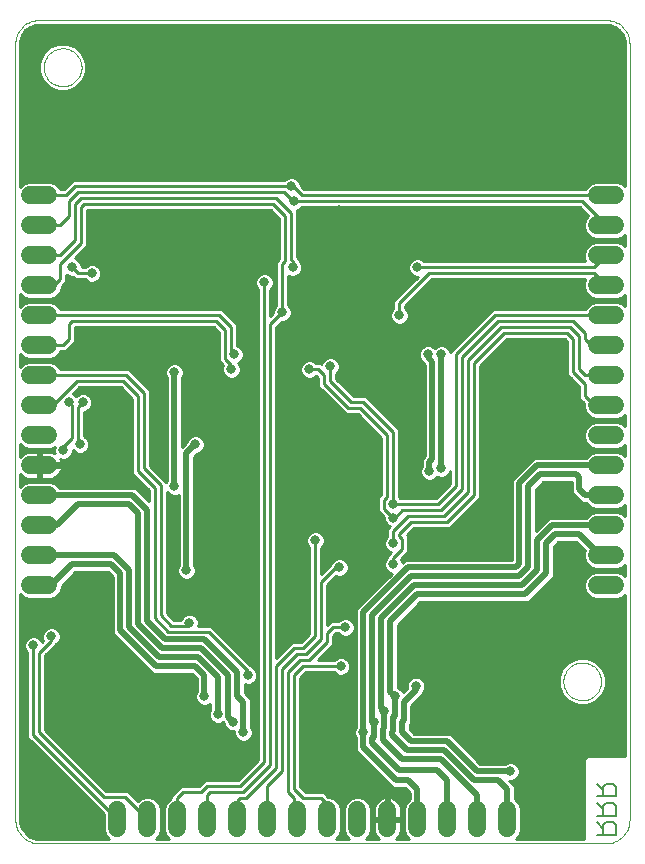
<source format=gbl>
G75*
G70*
%OFA0B0*%
%FSLAX24Y24*%
%IPPOS*%
%LPD*%
%AMOC8*
5,1,8,0,0,1.08239X$1,22.5*
%
%ADD10C,0.0000*%
%ADD11C,0.0060*%
%ADD12C,0.0600*%
%ADD13C,0.0318*%
%ADD14C,0.0200*%
%ADD15C,0.0100*%
D10*
X000150Y001058D02*
X000150Y026922D01*
X000152Y026976D01*
X000157Y027029D01*
X000166Y027082D01*
X000179Y027134D01*
X000195Y027186D01*
X000215Y027236D01*
X000238Y027284D01*
X000265Y027331D01*
X000294Y027376D01*
X000327Y027419D01*
X000362Y027459D01*
X000400Y027497D01*
X000440Y027532D01*
X000483Y027565D01*
X000528Y027594D01*
X000575Y027621D01*
X000623Y027644D01*
X000673Y027664D01*
X000725Y027680D01*
X000777Y027693D01*
X000830Y027702D01*
X000883Y027707D01*
X000937Y027709D01*
X019835Y027709D01*
X019889Y027707D01*
X019942Y027702D01*
X019995Y027693D01*
X020047Y027680D01*
X020099Y027664D01*
X020149Y027644D01*
X020197Y027621D01*
X020244Y027594D01*
X020289Y027565D01*
X020332Y027532D01*
X020372Y027497D01*
X020410Y027459D01*
X020445Y027419D01*
X020478Y027376D01*
X020507Y027331D01*
X020534Y027284D01*
X020557Y027236D01*
X020577Y027186D01*
X020593Y027134D01*
X020606Y027082D01*
X020615Y027029D01*
X020620Y026976D01*
X020622Y026922D01*
X020622Y001058D01*
X020620Y001004D01*
X020615Y000950D01*
X020605Y000896D01*
X020593Y000844D01*
X020576Y000792D01*
X020556Y000741D01*
X020533Y000692D01*
X020506Y000645D01*
X020476Y000600D01*
X020444Y000556D01*
X020408Y000515D01*
X020370Y000477D01*
X020329Y000441D01*
X020285Y000409D01*
X020240Y000379D01*
X020193Y000352D01*
X020144Y000329D01*
X020093Y000309D01*
X020041Y000292D01*
X019989Y000280D01*
X019935Y000270D01*
X019881Y000265D01*
X019827Y000263D01*
X000945Y000263D01*
X000891Y000265D01*
X000837Y000270D01*
X000783Y000280D01*
X000731Y000292D01*
X000679Y000309D01*
X000628Y000329D01*
X000579Y000352D01*
X000532Y000379D01*
X000487Y000409D01*
X000443Y000441D01*
X000402Y000477D01*
X000364Y000515D01*
X000328Y000556D01*
X000296Y000600D01*
X000266Y000645D01*
X000239Y000692D01*
X000216Y000741D01*
X000196Y000792D01*
X000179Y000844D01*
X000167Y000896D01*
X000157Y000950D01*
X000152Y001004D01*
X000150Y001058D01*
X001095Y026134D02*
X001097Y026184D01*
X001103Y026234D01*
X001113Y026283D01*
X001127Y026331D01*
X001144Y026378D01*
X001165Y026423D01*
X001190Y026467D01*
X001218Y026508D01*
X001250Y026547D01*
X001284Y026584D01*
X001321Y026618D01*
X001361Y026648D01*
X001403Y026675D01*
X001447Y026699D01*
X001493Y026720D01*
X001540Y026736D01*
X001588Y026749D01*
X001638Y026758D01*
X001687Y026763D01*
X001738Y026764D01*
X001788Y026761D01*
X001837Y026754D01*
X001886Y026743D01*
X001934Y026728D01*
X001980Y026710D01*
X002025Y026688D01*
X002068Y026662D01*
X002109Y026633D01*
X002148Y026601D01*
X002184Y026566D01*
X002216Y026528D01*
X002246Y026488D01*
X002273Y026445D01*
X002296Y026401D01*
X002315Y026355D01*
X002331Y026307D01*
X002343Y026258D01*
X002351Y026209D01*
X002355Y026159D01*
X002355Y026109D01*
X002351Y026059D01*
X002343Y026010D01*
X002331Y025961D01*
X002315Y025913D01*
X002296Y025867D01*
X002273Y025823D01*
X002246Y025780D01*
X002216Y025740D01*
X002184Y025702D01*
X002148Y025667D01*
X002109Y025635D01*
X002068Y025606D01*
X002025Y025580D01*
X001980Y025558D01*
X001934Y025540D01*
X001886Y025525D01*
X001837Y025514D01*
X001788Y025507D01*
X001738Y025504D01*
X001687Y025505D01*
X001638Y025510D01*
X001588Y025519D01*
X001540Y025532D01*
X001493Y025548D01*
X001447Y025569D01*
X001403Y025593D01*
X001361Y025620D01*
X001321Y025650D01*
X001284Y025684D01*
X001250Y025721D01*
X001218Y025760D01*
X001190Y025801D01*
X001165Y025845D01*
X001144Y025890D01*
X001127Y025937D01*
X001113Y025985D01*
X001103Y026034D01*
X001097Y026084D01*
X001095Y026134D01*
X018418Y005662D02*
X018420Y005712D01*
X018426Y005762D01*
X018436Y005811D01*
X018450Y005859D01*
X018467Y005906D01*
X018488Y005951D01*
X018513Y005995D01*
X018541Y006036D01*
X018573Y006075D01*
X018607Y006112D01*
X018644Y006146D01*
X018684Y006176D01*
X018726Y006203D01*
X018770Y006227D01*
X018816Y006248D01*
X018863Y006264D01*
X018911Y006277D01*
X018961Y006286D01*
X019010Y006291D01*
X019061Y006292D01*
X019111Y006289D01*
X019160Y006282D01*
X019209Y006271D01*
X019257Y006256D01*
X019303Y006238D01*
X019348Y006216D01*
X019391Y006190D01*
X019432Y006161D01*
X019471Y006129D01*
X019507Y006094D01*
X019539Y006056D01*
X019569Y006016D01*
X019596Y005973D01*
X019619Y005929D01*
X019638Y005883D01*
X019654Y005835D01*
X019666Y005786D01*
X019674Y005737D01*
X019678Y005687D01*
X019678Y005637D01*
X019674Y005587D01*
X019666Y005538D01*
X019654Y005489D01*
X019638Y005441D01*
X019619Y005395D01*
X019596Y005351D01*
X019569Y005308D01*
X019539Y005268D01*
X019507Y005230D01*
X019471Y005195D01*
X019432Y005163D01*
X019391Y005134D01*
X019348Y005108D01*
X019303Y005086D01*
X019257Y005068D01*
X019209Y005053D01*
X019160Y005042D01*
X019111Y005035D01*
X019061Y005032D01*
X019010Y005033D01*
X018961Y005038D01*
X018911Y005047D01*
X018863Y005060D01*
X018816Y005076D01*
X018770Y005097D01*
X018726Y005121D01*
X018684Y005148D01*
X018644Y005178D01*
X018607Y005212D01*
X018573Y005249D01*
X018541Y005288D01*
X018513Y005329D01*
X018488Y005373D01*
X018467Y005418D01*
X018450Y005465D01*
X018436Y005513D01*
X018426Y005562D01*
X018420Y005612D01*
X018418Y005662D01*
D11*
X019530Y002259D02*
X019744Y002045D01*
X019744Y002152D02*
X019744Y001832D01*
X019530Y001832D02*
X020171Y001832D01*
X020171Y002152D01*
X020064Y002259D01*
X019850Y002259D01*
X019744Y002152D01*
X019850Y001614D02*
X019744Y001507D01*
X019744Y001187D01*
X019744Y001401D02*
X019530Y001614D01*
X019850Y001614D02*
X020064Y001614D01*
X020171Y001507D01*
X020171Y001187D01*
X019530Y001187D01*
X019530Y000970D02*
X019744Y000756D01*
X019744Y000863D02*
X019744Y000543D01*
X019530Y000543D02*
X020171Y000543D01*
X020171Y000863D01*
X020064Y000970D01*
X019850Y000970D01*
X019744Y000863D01*
D12*
X016550Y000763D02*
X016550Y001363D01*
X015550Y001363D02*
X015550Y000763D01*
X014550Y000763D02*
X014550Y001363D01*
X013550Y001363D02*
X013550Y000763D01*
X012550Y000763D02*
X012550Y001363D01*
X011550Y001363D02*
X011550Y000763D01*
X010550Y000763D02*
X010550Y001363D01*
X009550Y001363D02*
X009550Y000763D01*
X008550Y000763D02*
X008550Y001363D01*
X007550Y001363D02*
X007550Y000763D01*
X006550Y000763D02*
X006550Y001363D01*
X005550Y001363D02*
X005550Y000763D01*
X004550Y000763D02*
X004550Y001363D01*
X003550Y001363D02*
X003550Y000763D01*
X001250Y008863D02*
X000650Y008863D01*
X000650Y009863D02*
X001250Y009863D01*
X001250Y010863D02*
X000650Y010863D01*
X000650Y011863D02*
X001250Y011863D01*
X001250Y012863D02*
X000650Y012863D01*
X000650Y013863D02*
X001250Y013863D01*
X001250Y014863D02*
X000650Y014863D01*
X000650Y015863D02*
X001250Y015863D01*
X001250Y016863D02*
X000650Y016863D01*
X000650Y017863D02*
X001250Y017863D01*
X001250Y018863D02*
X000650Y018863D01*
X000650Y019863D02*
X001250Y019863D01*
X001250Y020863D02*
X000650Y020863D01*
X000650Y021863D02*
X001250Y021863D01*
X019550Y021863D02*
X020150Y021863D01*
X020150Y020863D02*
X019550Y020863D01*
X019550Y019863D02*
X020150Y019863D01*
X020150Y018863D02*
X019550Y018863D01*
X019550Y017863D02*
X020150Y017863D01*
X020150Y016863D02*
X019550Y016863D01*
X019550Y015863D02*
X020150Y015863D01*
X020150Y014863D02*
X019550Y014863D01*
X019550Y013863D02*
X020150Y013863D01*
X020150Y012863D02*
X019550Y012863D01*
X019550Y011863D02*
X020150Y011863D01*
X020150Y010863D02*
X019550Y010863D01*
X019550Y009863D02*
X020150Y009863D01*
X020150Y008863D02*
X019550Y008863D01*
D13*
X018336Y011637D03*
X018036Y015337D03*
X015336Y010837D03*
X013836Y010237D03*
X012750Y010263D03*
X012750Y009563D03*
X012750Y011113D03*
X012750Y011563D03*
X013950Y012663D03*
X014350Y012763D03*
X014350Y016563D03*
X013900Y016563D03*
X012950Y017863D03*
X013550Y019463D03*
X011250Y019863D03*
X010950Y021363D03*
X009450Y021663D03*
X009350Y022163D03*
X008336Y023637D03*
X008636Y025937D03*
X005536Y022837D03*
X005036Y020237D03*
X002700Y019263D03*
X002050Y019463D03*
X001836Y018437D03*
X001950Y014963D03*
X002400Y014963D03*
X002300Y013563D03*
X001750Y013363D03*
X003000Y013563D03*
X005450Y012163D03*
X006150Y013563D03*
X007036Y012637D03*
X006736Y009937D03*
X005850Y009363D03*
X005950Y007613D03*
X006450Y005163D03*
X006900Y004563D03*
X007400Y004313D03*
X007750Y003963D03*
X007900Y005863D03*
X009550Y007263D03*
X009350Y008763D03*
X009350Y010263D03*
X010150Y010363D03*
X010950Y009463D03*
X011150Y007463D03*
X011000Y006163D03*
X012450Y004663D03*
X012100Y004313D03*
X011750Y003963D03*
X012800Y005163D03*
X013500Y005513D03*
X013536Y007237D03*
X016536Y006137D03*
X016536Y004037D03*
X016650Y002663D03*
X018736Y004337D03*
X010650Y016163D03*
X010750Y016763D03*
X009950Y016063D03*
X009050Y017963D03*
X008450Y018963D03*
X009400Y019463D03*
X007836Y020637D03*
X007450Y016563D03*
X007350Y016063D03*
X005450Y015963D03*
X009550Y011863D03*
X011250Y018263D03*
X012136Y025937D03*
X015536Y025837D03*
X016836Y024237D03*
X017136Y020337D03*
X004936Y004837D03*
X005536Y002937D03*
X002036Y005137D03*
X000750Y006863D03*
X001350Y007163D03*
X001136Y001437D03*
X001836Y024337D03*
D14*
X005450Y015963D02*
X005450Y012163D01*
X005850Y013263D02*
X006150Y013563D01*
X005850Y013263D02*
X005850Y009363D01*
X004550Y007663D02*
X004550Y011363D01*
X004050Y011863D01*
X000950Y011863D01*
X000950Y012863D02*
X002050Y012863D01*
X002350Y013163D01*
X002650Y013163D01*
X003000Y013513D01*
X003000Y013563D01*
X002250Y011563D02*
X003950Y011563D01*
X004250Y011263D01*
X004250Y007563D01*
X005050Y006763D01*
X006350Y006763D01*
X007250Y005863D01*
X007250Y004463D01*
X007400Y004313D01*
X007750Y003963D02*
X007750Y004963D01*
X007550Y005163D01*
X007550Y005963D01*
X006450Y007063D01*
X005150Y007063D01*
X004550Y007663D01*
X003950Y007463D02*
X004950Y006463D01*
X006250Y006463D01*
X006900Y005813D01*
X006900Y004563D01*
X006450Y005163D02*
X006450Y005863D01*
X006150Y006163D01*
X004850Y006163D01*
X003650Y007363D01*
X003650Y009263D01*
X003350Y009563D01*
X002050Y009563D01*
X001350Y008863D01*
X000950Y008863D01*
X000950Y009863D02*
X003450Y009863D01*
X003950Y009363D01*
X003950Y007463D01*
X001550Y010863D02*
X002250Y011563D01*
X001550Y010863D02*
X000950Y010863D01*
X011750Y007963D02*
X011750Y003963D01*
X011750Y003463D01*
X012850Y002363D01*
X013250Y002363D01*
X013550Y002063D01*
X013550Y001063D01*
X014550Y001063D02*
X014550Y002363D01*
X014200Y002713D01*
X012950Y002713D01*
X012050Y003613D01*
X012050Y003763D01*
X012100Y003813D01*
X012100Y004313D01*
X012050Y004363D01*
X012050Y007863D01*
X013350Y009163D01*
X016950Y009163D01*
X017250Y009463D01*
X017250Y012163D01*
X017650Y012563D01*
X018850Y012563D01*
X018950Y012463D01*
X018950Y012063D01*
X019150Y011863D01*
X019850Y011863D01*
X019850Y012863D02*
X017550Y012863D01*
X016950Y012263D01*
X016950Y009563D01*
X016850Y009463D01*
X013250Y009463D01*
X011750Y007963D01*
X012350Y007763D02*
X012350Y004763D01*
X012450Y004663D01*
X012450Y004113D01*
X012400Y004063D01*
X012400Y003713D01*
X013050Y003063D01*
X014350Y003063D01*
X015550Y001863D01*
X015550Y001063D01*
X016550Y001063D02*
X016550Y002063D01*
X016250Y002363D01*
X015450Y002363D01*
X014450Y003363D01*
X013200Y003363D01*
X012700Y003863D01*
X012700Y003963D01*
X012750Y004013D01*
X012750Y004463D01*
X012800Y004513D01*
X012800Y005163D01*
X012650Y005313D01*
X012650Y007663D01*
X013550Y008563D01*
X017150Y008563D01*
X017850Y009263D01*
X017850Y010263D01*
X018150Y010563D01*
X018950Y010563D01*
X019650Y009863D01*
X019750Y009863D01*
X019850Y010863D02*
X018050Y010863D01*
X017550Y010363D01*
X017550Y009363D01*
X017050Y008863D01*
X013450Y008863D01*
X012350Y007763D01*
X013500Y005513D02*
X013500Y005363D01*
X013100Y004963D01*
X013100Y004363D01*
X013050Y004313D01*
X013050Y003963D01*
X013350Y003663D01*
X014550Y003663D01*
X015550Y002663D01*
X016650Y002663D01*
X013950Y012663D02*
X013950Y012963D01*
X014050Y013063D01*
X014050Y016313D01*
X013900Y016463D01*
X013900Y016563D01*
X014350Y016563D02*
X014350Y012763D01*
D15*
X000370Y000765D02*
X000489Y000602D01*
X000652Y000483D01*
X000844Y000421D01*
X000945Y000413D01*
X003264Y000413D01*
X003169Y000508D01*
X003100Y000673D01*
X003100Y001230D01*
X000667Y003663D01*
X000550Y003780D01*
X000550Y006626D01*
X000488Y006688D01*
X000441Y006801D01*
X000441Y006924D01*
X000488Y007038D01*
X000575Y007125D01*
X000689Y007172D01*
X000811Y007172D01*
X000925Y007125D01*
X001012Y007038D01*
X001035Y006981D01*
X001075Y007020D01*
X001041Y007101D01*
X001041Y007224D01*
X001088Y007338D01*
X001175Y007425D01*
X001289Y007472D01*
X001411Y007472D01*
X001525Y007425D01*
X001612Y007338D01*
X001659Y007224D01*
X001659Y007101D01*
X001612Y006988D01*
X001525Y006901D01*
X001518Y006898D01*
X001433Y006813D01*
X001150Y006530D01*
X001150Y004045D01*
X003183Y002013D01*
X003883Y002013D01*
X004000Y001895D01*
X004000Y001895D01*
X004223Y001672D01*
X004295Y001744D01*
X004460Y001813D01*
X004640Y001813D01*
X004805Y001744D01*
X004931Y001618D01*
X005000Y001452D01*
X005000Y000673D01*
X004931Y000508D01*
X004836Y000413D01*
X005264Y000413D01*
X005169Y000508D01*
X005100Y000673D01*
X005100Y001452D01*
X005169Y001618D01*
X005295Y001744D01*
X005350Y001767D01*
X005350Y001845D01*
X005550Y002045D01*
X005667Y002163D01*
X006267Y002163D01*
X006350Y002245D01*
X006467Y002363D01*
X007567Y002363D01*
X008250Y003045D01*
X008250Y018726D01*
X008188Y018788D01*
X008141Y018901D01*
X008141Y019024D01*
X008188Y019138D01*
X008275Y019225D01*
X008389Y019272D01*
X008511Y019272D01*
X008625Y019225D01*
X008712Y019138D01*
X008759Y019024D01*
X008759Y018901D01*
X008712Y018788D01*
X008650Y018726D01*
X008650Y017845D01*
X008741Y017936D01*
X008741Y018024D01*
X008788Y018138D01*
X008850Y018200D01*
X008850Y019645D01*
X008950Y019745D01*
X008950Y021080D01*
X008667Y021363D01*
X002550Y021363D01*
X002550Y020180D01*
X002133Y019763D01*
X002225Y019725D01*
X002312Y019638D01*
X002359Y019524D01*
X002359Y019463D01*
X002463Y019463D01*
X002525Y019525D01*
X002639Y019572D01*
X002761Y019572D01*
X002875Y019525D01*
X002962Y019438D01*
X003009Y019324D01*
X003009Y019201D01*
X002962Y019088D01*
X002875Y019001D01*
X002761Y018954D01*
X002639Y018954D01*
X002525Y019001D01*
X002463Y019063D01*
X002167Y019063D01*
X001850Y019063D01*
X001850Y018980D02*
X001850Y019226D01*
X001875Y019201D01*
X001989Y019154D01*
X002076Y019154D01*
X002167Y019063D01*
X002250Y019263D02*
X002050Y019463D01*
X002250Y019263D02*
X002700Y019263D01*
X002599Y019555D02*
X002346Y019555D01*
X002296Y019654D02*
X008858Y019654D01*
X008850Y019555D02*
X002801Y019555D01*
X002943Y019457D02*
X008850Y019457D01*
X008850Y019358D02*
X002995Y019358D01*
X003009Y019260D02*
X008360Y019260D01*
X008211Y019161D02*
X002992Y019161D01*
X002937Y019063D02*
X008157Y019063D01*
X008141Y018964D02*
X002787Y018964D01*
X002613Y018964D02*
X001834Y018964D01*
X001850Y018980D02*
X001733Y018863D01*
X001700Y018830D01*
X001700Y018773D01*
X001631Y018608D01*
X001505Y018481D01*
X001340Y018413D01*
X000560Y018413D01*
X000395Y018481D01*
X000300Y018576D01*
X000300Y018149D01*
X000395Y018244D01*
X000560Y018313D01*
X001340Y018313D01*
X001505Y018244D01*
X001631Y018118D01*
X001654Y018063D01*
X007033Y018063D01*
X007433Y017663D01*
X007550Y017545D01*
X007550Y016856D01*
X007625Y016825D01*
X007712Y016738D01*
X007759Y016624D01*
X007759Y016501D01*
X007712Y016388D01*
X007625Y016301D01*
X007571Y016278D01*
X007612Y016238D01*
X007659Y016124D01*
X007659Y016001D01*
X007612Y015888D01*
X007525Y015801D01*
X007411Y015754D01*
X007289Y015754D01*
X007175Y015801D01*
X007088Y015888D01*
X007041Y016001D01*
X007041Y016124D01*
X007075Y016205D01*
X006950Y016330D01*
X006950Y017280D01*
X006767Y017463D01*
X002150Y017463D01*
X002150Y016980D01*
X002033Y016863D01*
X001833Y016663D01*
X001654Y016663D01*
X001631Y016608D01*
X001505Y016481D01*
X001340Y016413D01*
X000560Y016413D01*
X000395Y016481D01*
X000300Y016576D01*
X000300Y016149D01*
X000395Y016244D01*
X000560Y016313D01*
X001340Y016313D01*
X001505Y016244D01*
X001631Y016118D01*
X001654Y016063D01*
X003933Y016063D01*
X004533Y015463D01*
X004650Y015345D01*
X004650Y012845D01*
X005083Y012413D01*
X005179Y012316D01*
X005188Y012338D01*
X005200Y012350D01*
X005200Y015776D01*
X005188Y015788D01*
X005141Y015901D01*
X005141Y016024D01*
X005188Y016138D01*
X005275Y016225D01*
X005389Y016272D01*
X005511Y016272D01*
X005625Y016225D01*
X005712Y016138D01*
X005759Y016024D01*
X005759Y015901D01*
X005712Y015788D01*
X005700Y015776D01*
X005700Y013466D01*
X005841Y013607D01*
X005841Y013624D01*
X005888Y013738D01*
X005975Y013825D01*
X006089Y013872D01*
X006211Y013872D01*
X006325Y013825D01*
X006412Y013738D01*
X006459Y013624D01*
X006459Y013501D01*
X006412Y013388D01*
X006325Y013301D01*
X006211Y013254D01*
X006194Y013254D01*
X006100Y013159D01*
X006100Y009550D01*
X006112Y009538D01*
X006159Y009424D01*
X006159Y009301D01*
X006112Y009188D01*
X006025Y009101D01*
X005911Y009054D01*
X005789Y009054D01*
X005675Y009101D01*
X005588Y009188D01*
X005541Y009301D01*
X005541Y009424D01*
X005588Y009538D01*
X005600Y009550D01*
X005600Y011890D01*
X005511Y011854D01*
X005389Y011854D01*
X005275Y011901D01*
X005200Y011976D01*
X005200Y007945D01*
X005433Y007713D01*
X005657Y007713D01*
X005688Y007788D01*
X005775Y007875D01*
X005889Y007922D01*
X006011Y007922D01*
X006125Y007875D01*
X006212Y007788D01*
X006259Y007674D01*
X006259Y007551D01*
X006243Y007513D01*
X006683Y007513D01*
X007983Y006213D01*
X007983Y006213D01*
X008068Y006128D01*
X008075Y006125D01*
X008162Y006038D01*
X008209Y005924D01*
X008209Y005801D01*
X008162Y005688D01*
X008075Y005601D01*
X007961Y005554D01*
X007839Y005554D01*
X007800Y005570D01*
X007800Y005266D01*
X007892Y005175D01*
X007962Y005104D01*
X008000Y005012D01*
X008000Y004150D01*
X008012Y004138D01*
X008059Y004024D01*
X008059Y003901D01*
X008012Y003788D01*
X007925Y003701D01*
X007811Y003654D01*
X007689Y003654D01*
X007575Y003701D01*
X007488Y003788D01*
X007441Y003901D01*
X007441Y004004D01*
X007339Y004004D01*
X007225Y004051D01*
X007138Y004138D01*
X007091Y004251D01*
X007091Y004268D01*
X007063Y004296D01*
X006961Y004254D01*
X006839Y004254D01*
X006725Y004301D01*
X006638Y004388D01*
X006591Y004501D01*
X006591Y004624D01*
X006638Y004738D01*
X006650Y004750D01*
X006650Y004926D01*
X006625Y004901D01*
X006511Y004854D01*
X006389Y004854D01*
X006275Y004901D01*
X006188Y004988D01*
X006141Y005101D01*
X006141Y005224D01*
X006188Y005338D01*
X006200Y005350D01*
X006200Y005759D01*
X006046Y005913D01*
X004800Y005913D01*
X004708Y005951D01*
X004638Y006021D01*
X004638Y006021D01*
X003508Y007151D01*
X003508Y007151D01*
X003438Y007221D01*
X003400Y007313D01*
X003400Y009159D01*
X003246Y009313D01*
X002154Y009313D01*
X001700Y008859D01*
X001700Y008773D01*
X001631Y008608D01*
X001505Y008481D01*
X001340Y008413D01*
X000560Y008413D01*
X000395Y008481D01*
X000300Y008576D01*
X000300Y001058D01*
X000308Y000957D01*
X000370Y000765D01*
X000387Y000742D02*
X003100Y000742D01*
X003100Y000840D02*
X000346Y000840D01*
X000314Y000939D02*
X003100Y000939D01*
X003100Y001037D02*
X000302Y001037D01*
X000300Y001136D02*
X003100Y001136D01*
X003096Y001234D02*
X000300Y001234D01*
X000300Y001333D02*
X002997Y001333D01*
X002899Y001431D02*
X000300Y001431D01*
X000300Y001530D02*
X002800Y001530D01*
X002702Y001628D02*
X000300Y001628D01*
X000300Y001727D02*
X002603Y001727D01*
X002505Y001825D02*
X000300Y001825D01*
X000300Y001924D02*
X002406Y001924D01*
X002308Y002022D02*
X000300Y002022D01*
X000300Y002121D02*
X002209Y002121D01*
X002111Y002219D02*
X000300Y002219D01*
X000300Y002318D02*
X002012Y002318D01*
X001914Y002416D02*
X000300Y002416D01*
X000300Y002515D02*
X001815Y002515D01*
X001717Y002613D02*
X000300Y002613D01*
X000300Y002712D02*
X001618Y002712D01*
X001520Y002810D02*
X000300Y002810D01*
X000300Y002909D02*
X001421Y002909D01*
X001323Y003007D02*
X000300Y003007D01*
X000300Y003106D02*
X001224Y003106D01*
X001126Y003204D02*
X000300Y003204D01*
X000300Y003303D02*
X001027Y003303D01*
X000929Y003401D02*
X000300Y003401D01*
X000300Y003500D02*
X000830Y003500D01*
X000732Y003598D02*
X000300Y003598D01*
X000300Y003697D02*
X000633Y003697D01*
X000550Y003795D02*
X000300Y003795D01*
X000300Y003894D02*
X000550Y003894D01*
X000550Y003992D02*
X000300Y003992D01*
X000300Y004091D02*
X000550Y004091D01*
X000550Y004189D02*
X000300Y004189D01*
X000300Y004288D02*
X000550Y004288D01*
X000550Y004386D02*
X000300Y004386D01*
X000300Y004485D02*
X000550Y004485D01*
X000550Y004583D02*
X000300Y004583D01*
X000300Y004682D02*
X000550Y004682D01*
X000550Y004780D02*
X000300Y004780D01*
X000300Y004879D02*
X000550Y004879D01*
X000550Y004977D02*
X000300Y004977D01*
X000300Y005076D02*
X000550Y005076D01*
X000550Y005174D02*
X000300Y005174D01*
X000300Y005273D02*
X000550Y005273D01*
X000550Y005371D02*
X000300Y005371D01*
X000300Y005470D02*
X000550Y005470D01*
X000550Y005568D02*
X000300Y005568D01*
X000300Y005667D02*
X000550Y005667D01*
X000550Y005765D02*
X000300Y005765D01*
X000300Y005864D02*
X000550Y005864D01*
X000550Y005962D02*
X000300Y005962D01*
X000300Y006061D02*
X000550Y006061D01*
X000550Y006159D02*
X000300Y006159D01*
X000300Y006258D02*
X000550Y006258D01*
X000550Y006356D02*
X000300Y006356D01*
X000300Y006455D02*
X000550Y006455D01*
X000550Y006553D02*
X000300Y006553D01*
X000300Y006652D02*
X000524Y006652D01*
X000462Y006750D02*
X000300Y006750D01*
X000300Y006849D02*
X000441Y006849D01*
X000450Y006947D02*
X000300Y006947D01*
X000300Y007046D02*
X000496Y007046D01*
X000622Y007144D02*
X000300Y007144D01*
X000300Y007243D02*
X001049Y007243D01*
X001041Y007144D02*
X000878Y007144D01*
X001004Y007046D02*
X001064Y007046D01*
X001350Y007013D02*
X001350Y007163D01*
X001350Y007013D02*
X000950Y006613D01*
X000950Y003963D01*
X003100Y001813D01*
X003800Y001813D01*
X004550Y001063D01*
X004968Y001530D02*
X005132Y001530D01*
X005100Y001431D02*
X005000Y001431D01*
X005000Y001333D02*
X005100Y001333D01*
X005100Y001234D02*
X005000Y001234D01*
X005000Y001136D02*
X005100Y001136D01*
X005100Y001037D02*
X005000Y001037D01*
X005000Y000939D02*
X005100Y000939D01*
X005100Y000840D02*
X005000Y000840D01*
X005000Y000742D02*
X005100Y000742D01*
X005112Y000643D02*
X004988Y000643D01*
X004947Y000545D02*
X005153Y000545D01*
X005230Y000446D02*
X004870Y000446D01*
X005550Y001063D02*
X005550Y001763D01*
X005750Y001963D01*
X006350Y001963D01*
X006550Y002163D01*
X007650Y002163D01*
X008450Y002963D01*
X008450Y018963D01*
X008156Y018866D02*
X001736Y018866D01*
X001698Y018767D02*
X008208Y018767D01*
X008250Y018669D02*
X001657Y018669D01*
X001594Y018570D02*
X008250Y018570D01*
X008250Y018472D02*
X001482Y018472D01*
X001431Y018275D02*
X008250Y018275D01*
X008250Y018373D02*
X000300Y018373D01*
X000300Y018275D02*
X000469Y018275D01*
X000327Y018176D02*
X000300Y018176D01*
X000300Y018472D02*
X000418Y018472D01*
X000306Y018570D02*
X000300Y018570D01*
X000950Y018863D02*
X001450Y018863D01*
X001650Y019063D01*
X001650Y019563D01*
X002350Y020263D01*
X002350Y021463D01*
X002450Y021563D01*
X008750Y021563D01*
X009150Y021163D01*
X009150Y019663D01*
X009050Y019563D01*
X009050Y017963D01*
X008650Y017563D01*
X008650Y002863D01*
X007750Y001963D01*
X006650Y001963D01*
X006550Y001863D01*
X006550Y001063D01*
X006324Y002219D02*
X002976Y002219D01*
X002878Y002318D02*
X006422Y002318D01*
X005625Y002121D02*
X003075Y002121D01*
X003173Y002022D02*
X005527Y002022D01*
X005428Y001924D02*
X003972Y001924D01*
X004070Y001825D02*
X005350Y001825D01*
X005278Y001727D02*
X004822Y001727D01*
X004921Y001628D02*
X005179Y001628D01*
X004278Y001727D02*
X004169Y001727D01*
X003550Y001063D02*
X000750Y003863D01*
X000750Y006863D01*
X001173Y006553D02*
X004106Y006553D01*
X004204Y006455D02*
X001150Y006455D01*
X001150Y006356D02*
X004303Y006356D01*
X004401Y006258D02*
X001150Y006258D01*
X001150Y006159D02*
X004500Y006159D01*
X004598Y006061D02*
X001150Y006061D01*
X001150Y005962D02*
X004697Y005962D01*
X004007Y006652D02*
X001272Y006652D01*
X001370Y006750D02*
X003909Y006750D01*
X003810Y006849D02*
X001469Y006849D01*
X001572Y006947D02*
X003712Y006947D01*
X003613Y007046D02*
X001636Y007046D01*
X001659Y007144D02*
X003515Y007144D01*
X003429Y007243D02*
X001651Y007243D01*
X001609Y007341D02*
X003400Y007341D01*
X003400Y007440D02*
X001489Y007440D01*
X001211Y007440D02*
X000300Y007440D01*
X000300Y007538D02*
X003400Y007538D01*
X003400Y007637D02*
X000300Y007637D01*
X000300Y007735D02*
X003400Y007735D01*
X003400Y007834D02*
X000300Y007834D01*
X000300Y007932D02*
X003400Y007932D01*
X003400Y008031D02*
X000300Y008031D01*
X000300Y008129D02*
X003400Y008129D01*
X003400Y008228D02*
X000300Y008228D01*
X000300Y008326D02*
X003400Y008326D01*
X003400Y008425D02*
X001369Y008425D01*
X001547Y008523D02*
X003400Y008523D01*
X003400Y008622D02*
X001637Y008622D01*
X001678Y008720D02*
X003400Y008720D01*
X003400Y008819D02*
X001700Y008819D01*
X001758Y008917D02*
X003400Y008917D01*
X003400Y009016D02*
X001857Y009016D01*
X001955Y009114D02*
X003400Y009114D01*
X003346Y009213D02*
X002054Y009213D01*
X002152Y009311D02*
X003248Y009311D01*
X004800Y007763D02*
X005250Y007313D01*
X006600Y007313D01*
X007900Y006013D01*
X007900Y005863D01*
X008209Y005864D02*
X008250Y005864D01*
X008250Y005962D02*
X008193Y005962D01*
X008139Y006061D02*
X008250Y006061D01*
X008250Y006159D02*
X008036Y006159D01*
X007938Y006258D02*
X008250Y006258D01*
X008250Y006356D02*
X007839Y006356D01*
X007741Y006455D02*
X008250Y006455D01*
X008250Y006553D02*
X007642Y006553D01*
X007544Y006652D02*
X008250Y006652D01*
X008250Y006750D02*
X007445Y006750D01*
X007347Y006849D02*
X008250Y006849D01*
X008250Y006947D02*
X007248Y006947D01*
X007150Y007046D02*
X008250Y007046D01*
X008250Y007144D02*
X007051Y007144D01*
X006953Y007243D02*
X008250Y007243D01*
X008250Y007341D02*
X006854Y007341D01*
X006756Y007440D02*
X008250Y007440D01*
X008250Y007538D02*
X006254Y007538D01*
X006259Y007637D02*
X008250Y007637D01*
X008250Y007735D02*
X006234Y007735D01*
X006166Y007834D02*
X008250Y007834D01*
X008250Y007932D02*
X005213Y007932D01*
X005200Y008031D02*
X008250Y008031D01*
X008250Y008129D02*
X005200Y008129D01*
X005200Y008228D02*
X008250Y008228D01*
X008250Y008326D02*
X005200Y008326D01*
X005200Y008425D02*
X008250Y008425D01*
X008250Y008523D02*
X005200Y008523D01*
X005200Y008622D02*
X008250Y008622D01*
X008250Y008720D02*
X005200Y008720D01*
X005200Y008819D02*
X008250Y008819D01*
X008250Y008917D02*
X005200Y008917D01*
X005200Y009016D02*
X008250Y009016D01*
X008250Y009114D02*
X006039Y009114D01*
X006122Y009213D02*
X008250Y009213D01*
X008250Y009311D02*
X006159Y009311D01*
X006159Y009410D02*
X008250Y009410D01*
X008250Y009508D02*
X006124Y009508D01*
X006100Y009607D02*
X008250Y009607D01*
X008250Y009705D02*
X006100Y009705D01*
X006100Y009804D02*
X008250Y009804D01*
X008250Y009902D02*
X006100Y009902D01*
X006100Y010001D02*
X008250Y010001D01*
X008250Y010099D02*
X006100Y010099D01*
X006100Y010198D02*
X008250Y010198D01*
X008250Y010296D02*
X006100Y010296D01*
X006100Y010395D02*
X008250Y010395D01*
X008250Y010493D02*
X006100Y010493D01*
X006100Y010592D02*
X008250Y010592D01*
X008250Y010690D02*
X006100Y010690D01*
X006100Y010789D02*
X008250Y010789D01*
X008250Y010887D02*
X006100Y010887D01*
X006100Y010986D02*
X008250Y010986D01*
X008250Y011084D02*
X006100Y011084D01*
X006100Y011183D02*
X008250Y011183D01*
X008250Y011281D02*
X006100Y011281D01*
X006100Y011380D02*
X008250Y011380D01*
X008250Y011478D02*
X006100Y011478D01*
X006100Y011577D02*
X008250Y011577D01*
X008250Y011675D02*
X006100Y011675D01*
X006100Y011774D02*
X008250Y011774D01*
X008250Y011872D02*
X006100Y011872D01*
X006100Y011971D02*
X008250Y011971D01*
X008250Y012069D02*
X006100Y012069D01*
X006100Y012168D02*
X008250Y012168D01*
X008250Y012266D02*
X006100Y012266D01*
X006100Y012365D02*
X008250Y012365D01*
X008250Y012463D02*
X006100Y012463D01*
X006100Y012562D02*
X008250Y012562D01*
X008250Y012660D02*
X006100Y012660D01*
X006100Y012759D02*
X008250Y012759D01*
X008250Y012857D02*
X006100Y012857D01*
X006100Y012956D02*
X008250Y012956D01*
X008250Y013054D02*
X006100Y013054D01*
X006100Y013153D02*
X008250Y013153D01*
X008250Y013251D02*
X006192Y013251D01*
X006374Y013350D02*
X008250Y013350D01*
X008250Y013448D02*
X006437Y013448D01*
X006459Y013547D02*
X008250Y013547D01*
X008250Y013645D02*
X006450Y013645D01*
X006406Y013744D02*
X008250Y013744D01*
X008250Y013842D02*
X006283Y013842D01*
X006017Y013842D02*
X005700Y013842D01*
X005700Y013744D02*
X005894Y013744D01*
X005850Y013645D02*
X005700Y013645D01*
X005700Y013547D02*
X005780Y013547D01*
X005700Y013941D02*
X008250Y013941D01*
X008250Y014039D02*
X005700Y014039D01*
X005700Y014138D02*
X008250Y014138D01*
X008250Y014236D02*
X005700Y014236D01*
X005700Y014335D02*
X008250Y014335D01*
X008250Y014433D02*
X005700Y014433D01*
X005700Y014532D02*
X008250Y014532D01*
X008250Y014630D02*
X005700Y014630D01*
X005700Y014729D02*
X008250Y014729D01*
X008250Y014827D02*
X005700Y014827D01*
X005700Y014926D02*
X008250Y014926D01*
X008250Y015024D02*
X005700Y015024D01*
X005700Y015123D02*
X008250Y015123D01*
X008250Y015221D02*
X005700Y015221D01*
X005700Y015320D02*
X008250Y015320D01*
X008250Y015418D02*
X005700Y015418D01*
X005700Y015517D02*
X008250Y015517D01*
X008250Y015615D02*
X005700Y015615D01*
X005700Y015714D02*
X008250Y015714D01*
X008250Y015812D02*
X007537Y015812D01*
X007622Y015911D02*
X008250Y015911D01*
X008250Y016009D02*
X007659Y016009D01*
X007659Y016108D02*
X008250Y016108D01*
X008250Y016206D02*
X007625Y016206D01*
X007629Y016305D02*
X008250Y016305D01*
X008250Y016403D02*
X007718Y016403D01*
X007759Y016502D02*
X008250Y016502D01*
X008250Y016600D02*
X007759Y016600D01*
X007728Y016699D02*
X008250Y016699D01*
X008250Y016797D02*
X007653Y016797D01*
X007550Y016896D02*
X008250Y016896D01*
X008250Y016994D02*
X007550Y016994D01*
X007550Y017093D02*
X008250Y017093D01*
X008250Y017191D02*
X007550Y017191D01*
X007550Y017290D02*
X008250Y017290D01*
X008250Y017388D02*
X007550Y017388D01*
X007550Y017487D02*
X008250Y017487D01*
X008250Y017585D02*
X007510Y017585D01*
X007412Y017684D02*
X008250Y017684D01*
X008250Y017782D02*
X007313Y017782D01*
X007215Y017881D02*
X008250Y017881D01*
X008250Y017979D02*
X007116Y017979D01*
X006950Y017863D02*
X007350Y017463D01*
X007350Y016663D01*
X007450Y016563D01*
X007150Y016413D02*
X007350Y016213D01*
X007350Y016063D01*
X007074Y016206D02*
X005644Y016206D01*
X005724Y016108D02*
X007041Y016108D01*
X007041Y016009D02*
X005759Y016009D01*
X005759Y015911D02*
X007078Y015911D01*
X007163Y015812D02*
X005722Y015812D01*
X005200Y015714D02*
X004282Y015714D01*
X004183Y015812D02*
X005178Y015812D01*
X005141Y015911D02*
X004085Y015911D01*
X003986Y016009D02*
X005141Y016009D01*
X005176Y016108D02*
X001636Y016108D01*
X001543Y016206D02*
X005256Y016206D01*
X005200Y015615D02*
X004380Y015615D01*
X004479Y015517D02*
X005200Y015517D01*
X005200Y015418D02*
X004577Y015418D01*
X004650Y015320D02*
X005200Y015320D01*
X005200Y015221D02*
X004650Y015221D01*
X004650Y015123D02*
X005200Y015123D01*
X005200Y015024D02*
X004650Y015024D01*
X004650Y014926D02*
X005200Y014926D01*
X005200Y014827D02*
X004650Y014827D01*
X004650Y014729D02*
X005200Y014729D01*
X005200Y014630D02*
X004650Y014630D01*
X004650Y014532D02*
X005200Y014532D01*
X005200Y014433D02*
X004650Y014433D01*
X004650Y014335D02*
X005200Y014335D01*
X005200Y014236D02*
X004650Y014236D01*
X004650Y014138D02*
X005200Y014138D01*
X005200Y014039D02*
X004650Y014039D01*
X004650Y013941D02*
X005200Y013941D01*
X005200Y013842D02*
X004650Y013842D01*
X004650Y013744D02*
X005200Y013744D01*
X005200Y013645D02*
X004650Y013645D01*
X004650Y013547D02*
X005200Y013547D01*
X005200Y013448D02*
X004650Y013448D01*
X004650Y013350D02*
X005200Y013350D01*
X005200Y013251D02*
X004650Y013251D01*
X004650Y013153D02*
X005200Y013153D01*
X005200Y013054D02*
X004650Y013054D01*
X004650Y012956D02*
X005200Y012956D01*
X005200Y012857D02*
X004650Y012857D01*
X004737Y012759D02*
X005200Y012759D01*
X005200Y012660D02*
X004835Y012660D01*
X004934Y012562D02*
X005200Y012562D01*
X005200Y012463D02*
X005032Y012463D01*
X005131Y012365D02*
X005200Y012365D01*
X005000Y012213D02*
X005000Y007863D01*
X005350Y007513D01*
X005850Y007513D01*
X005950Y007613D01*
X005900Y007563D01*
X005666Y007735D02*
X005410Y007735D01*
X005312Y007834D02*
X005734Y007834D01*
X004800Y007763D02*
X004800Y012113D01*
X004250Y012663D01*
X004250Y015163D01*
X003750Y015663D01*
X002200Y015663D01*
X001400Y014863D01*
X000950Y014863D01*
X000950Y015863D02*
X003850Y015863D01*
X004450Y015263D01*
X004450Y012763D01*
X005000Y012213D01*
X005200Y011971D02*
X005205Y011971D01*
X005200Y011872D02*
X005344Y011872D01*
X005200Y011774D02*
X005600Y011774D01*
X005600Y011872D02*
X005556Y011872D01*
X005600Y011675D02*
X005200Y011675D01*
X005200Y011577D02*
X005600Y011577D01*
X005600Y011478D02*
X005200Y011478D01*
X005200Y011380D02*
X005600Y011380D01*
X005600Y011281D02*
X005200Y011281D01*
X005200Y011183D02*
X005600Y011183D01*
X005600Y011084D02*
X005200Y011084D01*
X005200Y010986D02*
X005600Y010986D01*
X005600Y010887D02*
X005200Y010887D01*
X005200Y010789D02*
X005600Y010789D01*
X005600Y010690D02*
X005200Y010690D01*
X005200Y010592D02*
X005600Y010592D01*
X005600Y010493D02*
X005200Y010493D01*
X005200Y010395D02*
X005600Y010395D01*
X005600Y010296D02*
X005200Y010296D01*
X005200Y010198D02*
X005600Y010198D01*
X005600Y010099D02*
X005200Y010099D01*
X005200Y010001D02*
X005600Y010001D01*
X005600Y009902D02*
X005200Y009902D01*
X005200Y009804D02*
X005600Y009804D01*
X005600Y009705D02*
X005200Y009705D01*
X005200Y009607D02*
X005600Y009607D01*
X005576Y009508D02*
X005200Y009508D01*
X005200Y009410D02*
X005541Y009410D01*
X005541Y009311D02*
X005200Y009311D01*
X005200Y009213D02*
X005578Y009213D01*
X005661Y009114D02*
X005200Y009114D01*
X004600Y011666D02*
X004192Y012075D01*
X004100Y012113D01*
X004000Y012113D01*
X001634Y012113D01*
X001631Y012118D01*
X001505Y012244D01*
X001340Y012313D01*
X000560Y012313D01*
X000395Y012244D01*
X000300Y012149D01*
X000300Y012579D01*
X000307Y012569D01*
X000357Y012519D01*
X000414Y012478D01*
X000477Y012446D01*
X000545Y012424D01*
X000615Y012413D01*
X000900Y012413D01*
X000900Y012813D01*
X001000Y012813D01*
X001000Y012913D01*
X000900Y012913D01*
X000900Y013313D01*
X000615Y013313D01*
X000545Y013302D01*
X000477Y013280D01*
X000414Y013247D01*
X000357Y013206D01*
X000307Y013156D01*
X000300Y013146D01*
X000300Y013576D01*
X000395Y013481D01*
X000560Y013413D01*
X001340Y013413D01*
X001456Y013461D01*
X001441Y013424D01*
X001441Y013301D01*
X001457Y013262D01*
X001423Y013280D01*
X001355Y013302D01*
X001285Y013313D01*
X001000Y013313D01*
X001000Y012913D01*
X001698Y012913D01*
X001689Y012968D01*
X001667Y013035D01*
X001650Y013070D01*
X001689Y013054D01*
X001811Y013054D01*
X001925Y013101D01*
X002012Y013188D01*
X002059Y013301D01*
X002059Y013366D01*
X002125Y013301D01*
X002239Y013254D01*
X002361Y013254D01*
X002475Y013301D01*
X002562Y013388D01*
X002609Y013501D01*
X002609Y013624D01*
X002562Y013738D01*
X002475Y013825D01*
X002450Y013835D01*
X002450Y014654D01*
X002461Y014654D01*
X002575Y014701D01*
X002662Y014788D01*
X002709Y014901D01*
X002709Y015024D01*
X002662Y015138D01*
X002575Y015225D01*
X002461Y015272D01*
X002339Y015272D01*
X002225Y015225D01*
X002175Y015175D01*
X002125Y015225D01*
X002068Y015248D01*
X002283Y015463D01*
X003667Y015463D01*
X004050Y015080D01*
X004050Y012580D01*
X004600Y012030D01*
X004600Y011666D01*
X004600Y011675D02*
X004591Y011675D01*
X004600Y011774D02*
X004493Y011774D01*
X004394Y011872D02*
X004600Y011872D01*
X004600Y011971D02*
X004296Y011971D01*
X004197Y012069D02*
X004561Y012069D01*
X004462Y012168D02*
X001581Y012168D01*
X001452Y012266D02*
X004364Y012266D01*
X004265Y012365D02*
X000300Y012365D01*
X000300Y012463D02*
X000443Y012463D01*
X000315Y012562D02*
X000300Y012562D01*
X000300Y012266D02*
X000448Y012266D01*
X000319Y012168D02*
X000300Y012168D01*
X000900Y012463D02*
X001000Y012463D01*
X001000Y012413D02*
X001285Y012413D01*
X001355Y012424D01*
X001423Y012446D01*
X001486Y012478D01*
X001543Y012519D01*
X001593Y012569D01*
X001635Y012627D01*
X001667Y012690D01*
X001689Y012757D01*
X001698Y012813D01*
X001000Y012813D01*
X001000Y012413D01*
X001000Y012562D02*
X000900Y012562D01*
X000900Y012660D02*
X001000Y012660D01*
X001000Y012759D02*
X000900Y012759D01*
X001000Y012857D02*
X004050Y012857D01*
X004050Y012759D02*
X001689Y012759D01*
X001652Y012660D02*
X004050Y012660D01*
X004068Y012562D02*
X001585Y012562D01*
X001457Y012463D02*
X004167Y012463D01*
X004050Y012956D02*
X001691Y012956D01*
X001687Y013054D02*
X001657Y013054D01*
X001813Y013054D02*
X004050Y013054D01*
X004050Y013153D02*
X001977Y013153D01*
X002038Y013251D02*
X004050Y013251D01*
X004050Y013350D02*
X002524Y013350D01*
X002587Y013448D02*
X004050Y013448D01*
X004050Y013547D02*
X002609Y013547D01*
X002600Y013645D02*
X004050Y013645D01*
X004050Y013744D02*
X002556Y013744D01*
X002450Y013842D02*
X004050Y013842D01*
X004050Y013941D02*
X002450Y013941D01*
X002450Y014039D02*
X004050Y014039D01*
X004050Y014138D02*
X002450Y014138D01*
X002450Y014236D02*
X004050Y014236D01*
X004050Y014335D02*
X002450Y014335D01*
X002450Y014433D02*
X004050Y014433D01*
X004050Y014532D02*
X002450Y014532D01*
X002450Y014630D02*
X004050Y014630D01*
X004050Y014729D02*
X002603Y014729D01*
X002678Y014827D02*
X004050Y014827D01*
X004050Y014926D02*
X002709Y014926D01*
X002709Y015024D02*
X004050Y015024D01*
X004007Y015123D02*
X002668Y015123D01*
X002579Y015221D02*
X003909Y015221D01*
X003810Y015320D02*
X002140Y015320D01*
X002129Y015221D02*
X002221Y015221D01*
X002238Y015418D02*
X003712Y015418D01*
X002400Y014963D02*
X002250Y014813D01*
X002250Y013613D01*
X002300Y013563D01*
X002076Y013350D02*
X002059Y013350D01*
X001750Y013363D02*
X001750Y013463D01*
X002050Y013763D01*
X002050Y014863D01*
X001950Y014963D01*
X001359Y016305D02*
X006975Y016305D01*
X006950Y016403D02*
X000300Y016403D01*
X000300Y016305D02*
X000541Y016305D01*
X000357Y016206D02*
X000300Y016206D01*
X000300Y016502D02*
X000375Y016502D01*
X000950Y016863D02*
X001750Y016863D01*
X001950Y017063D01*
X001950Y017563D01*
X002050Y017663D01*
X006850Y017663D01*
X007150Y017363D01*
X007150Y016413D01*
X006950Y016502D02*
X001525Y016502D01*
X001624Y016600D02*
X006950Y016600D01*
X006950Y016699D02*
X001869Y016699D01*
X001967Y016797D02*
X006950Y016797D01*
X006950Y016896D02*
X002066Y016896D01*
X002150Y016994D02*
X006950Y016994D01*
X006950Y017093D02*
X002150Y017093D01*
X002150Y017191D02*
X006950Y017191D01*
X006940Y017290D02*
X002150Y017290D01*
X002150Y017388D02*
X006842Y017388D01*
X006950Y017863D02*
X000950Y017863D01*
X001573Y018176D02*
X008250Y018176D01*
X008250Y018078D02*
X001648Y018078D01*
X001850Y019161D02*
X001970Y019161D01*
X002159Y019752D02*
X008950Y019752D01*
X008950Y019851D02*
X002221Y019851D01*
X002319Y019949D02*
X008950Y019949D01*
X008950Y020048D02*
X002418Y020048D01*
X002516Y020146D02*
X008950Y020146D01*
X008950Y020245D02*
X002550Y020245D01*
X002550Y020343D02*
X008950Y020343D01*
X008950Y020442D02*
X002550Y020442D01*
X002550Y020540D02*
X008950Y020540D01*
X008950Y020639D02*
X002550Y020639D01*
X002550Y020737D02*
X008950Y020737D01*
X008950Y020836D02*
X002550Y020836D01*
X002550Y020934D02*
X008950Y020934D01*
X008950Y021033D02*
X002550Y021033D01*
X002550Y021131D02*
X008899Y021131D01*
X008800Y021230D02*
X002550Y021230D01*
X002550Y021328D02*
X008702Y021328D01*
X008850Y021763D02*
X002350Y021763D01*
X002150Y021563D01*
X002150Y020363D01*
X001650Y019863D01*
X000950Y019863D01*
X000950Y020863D02*
X001650Y020863D01*
X001950Y021163D01*
X001950Y021663D01*
X002250Y021963D01*
X009100Y021963D01*
X009400Y021663D01*
X009450Y021663D01*
X019050Y021663D01*
X019850Y020863D01*
X019460Y020413D02*
X020240Y020413D01*
X020405Y020481D01*
X020472Y020549D01*
X020472Y020177D01*
X020405Y020244D01*
X020240Y020313D01*
X019460Y020313D01*
X019295Y020244D01*
X019169Y020118D01*
X019100Y019952D01*
X019100Y019773D01*
X019146Y019663D01*
X013787Y019663D01*
X013725Y019725D01*
X013611Y019772D01*
X013489Y019772D01*
X013375Y019725D01*
X013288Y019638D01*
X013241Y019524D01*
X013241Y019401D01*
X013288Y019288D01*
X013375Y019201D01*
X013489Y019154D01*
X013558Y019154D01*
X012867Y018463D01*
X012750Y018345D01*
X012750Y018100D01*
X012688Y018038D01*
X012641Y017924D01*
X012641Y017801D01*
X012688Y017688D01*
X012775Y017601D01*
X012889Y017554D01*
X013011Y017554D01*
X013125Y017601D01*
X013212Y017688D01*
X013259Y017801D01*
X013259Y017924D01*
X013212Y018038D01*
X013150Y018100D01*
X013150Y018180D01*
X014033Y019063D01*
X019146Y019063D01*
X019100Y018952D01*
X019100Y018773D01*
X019169Y018608D01*
X019295Y018481D01*
X019460Y018413D01*
X020240Y018413D01*
X020405Y018481D01*
X020472Y018549D01*
X020472Y018177D01*
X020405Y018244D01*
X020240Y018313D01*
X019460Y018313D01*
X019295Y018244D01*
X019169Y018118D01*
X019146Y018063D01*
X016067Y018063D01*
X015950Y017945D01*
X014767Y016763D01*
X014650Y016646D01*
X014612Y016738D01*
X014525Y016825D01*
X014411Y016872D01*
X014289Y016872D01*
X014175Y016825D01*
X014125Y016775D01*
X014075Y016825D01*
X013961Y016872D01*
X013839Y016872D01*
X013725Y016825D01*
X013638Y016738D01*
X013591Y016624D01*
X013591Y016501D01*
X013638Y016388D01*
X013676Y016349D01*
X013688Y016321D01*
X013758Y016251D01*
X013800Y016209D01*
X013800Y013166D01*
X013738Y013104D01*
X013700Y013012D01*
X013700Y012850D01*
X013688Y012838D01*
X013641Y012724D01*
X013641Y012601D01*
X013688Y012488D01*
X013775Y012401D01*
X013889Y012354D01*
X014011Y012354D01*
X014125Y012401D01*
X014210Y012486D01*
X014289Y012454D01*
X014411Y012454D01*
X014525Y012501D01*
X014612Y012588D01*
X014650Y012679D01*
X014650Y012245D01*
X014167Y011763D01*
X012987Y011763D01*
X012950Y011800D01*
X012950Y014045D01*
X012833Y014163D01*
X011833Y015163D01*
X011433Y015163D01*
X010850Y015745D01*
X010850Y015926D01*
X010912Y015988D01*
X010959Y016101D01*
X010959Y016224D01*
X010912Y016338D01*
X010825Y016425D01*
X010711Y016472D01*
X010589Y016472D01*
X010475Y016425D01*
X010388Y016338D01*
X010350Y016246D01*
X010333Y016263D01*
X010187Y016263D01*
X010125Y016325D01*
X010011Y016372D01*
X009889Y016372D01*
X009775Y016325D01*
X009688Y016238D01*
X009641Y016124D01*
X009641Y016001D01*
X009688Y015888D01*
X009775Y015801D01*
X009889Y015754D01*
X010011Y015754D01*
X010125Y015801D01*
X010177Y015853D01*
X010250Y015780D01*
X010250Y015480D01*
X010367Y015363D01*
X011167Y014563D01*
X011567Y014563D01*
X012350Y013780D01*
X012350Y011895D01*
X012250Y011795D01*
X012250Y011330D01*
X012441Y011139D01*
X012441Y011051D01*
X012488Y010938D01*
X012575Y010851D01*
X012632Y010827D01*
X012550Y010745D01*
X012550Y010500D01*
X012488Y010438D01*
X012441Y010324D01*
X012441Y010201D01*
X012488Y010088D01*
X012575Y010001D01*
X010350Y010001D01*
X010350Y010099D02*
X012483Y010099D01*
X012442Y010198D02*
X010416Y010198D01*
X010412Y010188D02*
X010459Y010301D01*
X010459Y010424D01*
X010412Y010538D01*
X010325Y010625D01*
X010211Y010672D01*
X010089Y010672D01*
X009975Y010625D01*
X009888Y010538D01*
X009841Y010424D01*
X009841Y010301D01*
X009888Y010188D01*
X009950Y010126D01*
X009950Y007245D01*
X009667Y006963D01*
X009367Y006963D01*
X009250Y006845D01*
X008850Y006445D01*
X008850Y017480D01*
X009024Y017654D01*
X009111Y017654D01*
X009225Y017701D01*
X009312Y017788D01*
X009359Y017901D01*
X009359Y018024D01*
X009312Y018138D01*
X009250Y018200D01*
X009250Y019190D01*
X009339Y019154D01*
X009461Y019154D01*
X009575Y019201D01*
X009662Y019288D01*
X009709Y019401D01*
X009709Y019524D01*
X009662Y019638D01*
X009600Y019700D01*
X009600Y019745D01*
X009550Y019795D01*
X009550Y021345D01*
X009533Y021362D01*
X009625Y021401D01*
X009687Y021463D01*
X018967Y021463D01*
X019240Y021189D01*
X019169Y021118D01*
X019100Y020952D01*
X019100Y020773D01*
X019169Y020608D01*
X019295Y020481D01*
X019460Y020413D01*
X019390Y020442D02*
X009550Y020442D01*
X009550Y020540D02*
X019236Y020540D01*
X019156Y020639D02*
X009550Y020639D01*
X009550Y020737D02*
X019115Y020737D01*
X019100Y020836D02*
X009550Y020836D01*
X009550Y020934D02*
X019100Y020934D01*
X019133Y021033D02*
X009550Y021033D01*
X009550Y021131D02*
X019182Y021131D01*
X019200Y021230D02*
X009550Y021230D01*
X009550Y021328D02*
X019102Y021328D01*
X019003Y021427D02*
X009651Y021427D01*
X009350Y021263D02*
X009350Y019713D01*
X009400Y019663D01*
X009400Y019463D01*
X009709Y019457D02*
X013241Y019457D01*
X013254Y019555D02*
X009696Y019555D01*
X009646Y019654D02*
X013304Y019654D01*
X013441Y019752D02*
X009593Y019752D01*
X009550Y019851D02*
X019100Y019851D01*
X019100Y019949D02*
X009550Y019949D01*
X009550Y020048D02*
X019140Y020048D01*
X019197Y020146D02*
X009550Y020146D01*
X009550Y020245D02*
X019296Y020245D01*
X019109Y019752D02*
X013659Y019752D01*
X013550Y019463D02*
X019450Y019463D01*
X019850Y019863D01*
X019450Y019263D02*
X019850Y018863D01*
X019450Y019263D02*
X013950Y019263D01*
X012950Y018263D01*
X012950Y017863D01*
X012728Y018078D02*
X009337Y018078D01*
X009359Y017979D02*
X012664Y017979D01*
X012641Y017881D02*
X009351Y017881D01*
X009307Y017782D02*
X012649Y017782D01*
X012692Y017684D02*
X009184Y017684D01*
X008955Y017585D02*
X012812Y017585D01*
X013088Y017585D02*
X015590Y017585D01*
X015688Y017684D02*
X013208Y017684D01*
X013251Y017782D02*
X015787Y017782D01*
X015885Y017881D02*
X013259Y017881D01*
X013236Y017979D02*
X015984Y017979D01*
X016150Y017863D02*
X019850Y017863D01*
X019369Y018275D02*
X013245Y018275D01*
X013150Y018176D02*
X019227Y018176D01*
X019152Y018078D02*
X013172Y018078D01*
X013343Y018373D02*
X020472Y018373D01*
X020472Y018275D02*
X020331Y018275D01*
X020382Y018472D02*
X020472Y018472D01*
X019318Y018472D02*
X013442Y018472D01*
X013540Y018570D02*
X019206Y018570D01*
X019143Y018669D02*
X013639Y018669D01*
X013737Y018767D02*
X019102Y018767D01*
X019100Y018866D02*
X013836Y018866D01*
X013934Y018964D02*
X019105Y018964D01*
X018750Y017663D02*
X016250Y017663D01*
X015050Y016463D01*
X015050Y012063D01*
X014350Y011363D01*
X013050Y011363D01*
X012800Y011113D01*
X012750Y011113D01*
X012450Y011413D01*
X012450Y011713D01*
X012550Y011813D01*
X012550Y013863D01*
X011650Y014763D01*
X011250Y014763D01*
X010450Y015563D01*
X010450Y015863D01*
X010250Y016063D01*
X009950Y016063D01*
X009675Y016206D02*
X008850Y016206D01*
X008850Y016108D02*
X009641Y016108D01*
X009641Y016009D02*
X008850Y016009D01*
X008850Y015911D02*
X009678Y015911D01*
X009763Y015812D02*
X008850Y015812D01*
X008850Y015714D02*
X010250Y015714D01*
X010250Y015615D02*
X008850Y015615D01*
X008850Y015517D02*
X010250Y015517D01*
X010312Y015418D02*
X008850Y015418D01*
X008850Y015320D02*
X010410Y015320D01*
X010509Y015221D02*
X008850Y015221D01*
X008850Y015123D02*
X010607Y015123D01*
X010706Y015024D02*
X008850Y015024D01*
X008850Y014926D02*
X010804Y014926D01*
X010903Y014827D02*
X008850Y014827D01*
X008850Y014729D02*
X011001Y014729D01*
X011100Y014630D02*
X008850Y014630D01*
X008850Y014532D02*
X011598Y014532D01*
X011697Y014433D02*
X008850Y014433D01*
X008850Y014335D02*
X011795Y014335D01*
X011894Y014236D02*
X008850Y014236D01*
X008850Y014138D02*
X011992Y014138D01*
X012091Y014039D02*
X008850Y014039D01*
X008850Y013941D02*
X012189Y013941D01*
X012288Y013842D02*
X008850Y013842D01*
X008850Y013744D02*
X012350Y013744D01*
X012350Y013645D02*
X008850Y013645D01*
X008850Y013547D02*
X012350Y013547D01*
X012350Y013448D02*
X008850Y013448D01*
X008850Y013350D02*
X012350Y013350D01*
X012350Y013251D02*
X008850Y013251D01*
X008850Y013153D02*
X012350Y013153D01*
X012350Y013054D02*
X008850Y013054D01*
X008850Y012956D02*
X012350Y012956D01*
X012350Y012857D02*
X008850Y012857D01*
X008850Y012759D02*
X012350Y012759D01*
X012350Y012660D02*
X008850Y012660D01*
X008850Y012562D02*
X012350Y012562D01*
X012350Y012463D02*
X008850Y012463D01*
X008850Y012365D02*
X012350Y012365D01*
X012350Y012266D02*
X008850Y012266D01*
X008850Y012168D02*
X012350Y012168D01*
X012350Y012069D02*
X008850Y012069D01*
X008850Y011971D02*
X012350Y011971D01*
X012327Y011872D02*
X008850Y011872D01*
X008850Y011774D02*
X012250Y011774D01*
X012250Y011675D02*
X008850Y011675D01*
X008850Y011577D02*
X012250Y011577D01*
X012250Y011478D02*
X008850Y011478D01*
X008850Y011380D02*
X012250Y011380D01*
X012299Y011281D02*
X008850Y011281D01*
X008850Y011183D02*
X012397Y011183D01*
X012441Y011084D02*
X008850Y011084D01*
X008850Y010986D02*
X012468Y010986D01*
X012538Y010887D02*
X008850Y010887D01*
X008850Y010789D02*
X012593Y010789D01*
X012550Y010690D02*
X008850Y010690D01*
X008850Y010592D02*
X009942Y010592D01*
X009870Y010493D02*
X008850Y010493D01*
X008850Y010395D02*
X009841Y010395D01*
X009843Y010296D02*
X008850Y010296D01*
X008850Y010198D02*
X009884Y010198D01*
X009950Y010099D02*
X008850Y010099D01*
X008850Y010001D02*
X009950Y010001D01*
X009950Y010063D02*
X009750Y010263D01*
X009350Y010263D01*
X009750Y010263D02*
X009750Y011663D01*
X009550Y011863D01*
X009550Y016263D01*
X010050Y016763D01*
X010750Y016763D01*
X011250Y017263D01*
X011250Y018263D01*
X011250Y019863D01*
X011250Y021063D01*
X010950Y021363D01*
X009783Y022063D02*
X009659Y022186D01*
X009659Y022224D01*
X009612Y022338D01*
X009525Y022425D01*
X009411Y022472D01*
X009289Y022472D01*
X009175Y022425D01*
X009113Y022363D01*
X002067Y022363D01*
X001767Y022063D01*
X001654Y022063D01*
X001631Y022118D01*
X001505Y022244D01*
X001340Y022313D01*
X000560Y022313D01*
X000395Y022244D01*
X000300Y022149D01*
X000300Y026922D01*
X000308Y027021D01*
X000369Y027211D01*
X000487Y027372D01*
X000648Y027490D01*
X000838Y027551D01*
X000937Y027559D01*
X019835Y027559D01*
X019935Y027551D01*
X020124Y027490D01*
X020286Y027372D01*
X020403Y027211D01*
X020465Y027021D01*
X020472Y026922D01*
X020472Y022177D01*
X020405Y022244D01*
X020240Y022313D01*
X019460Y022313D01*
X019295Y022244D01*
X019169Y022118D01*
X019146Y022063D01*
X009783Y022063D01*
X009729Y022116D02*
X019168Y022116D01*
X019266Y022215D02*
X009659Y022215D01*
X009622Y022313D02*
X020472Y022313D01*
X020472Y022215D02*
X020434Y022215D01*
X020472Y022412D02*
X009538Y022412D01*
X009400Y022163D02*
X009350Y022163D01*
X002150Y022163D01*
X001850Y021863D01*
X000950Y021863D01*
X000366Y022215D02*
X000300Y022215D01*
X000300Y022313D02*
X002018Y022313D01*
X001919Y022215D02*
X001534Y022215D01*
X001632Y022116D02*
X001821Y022116D01*
X000300Y022412D02*
X009162Y022412D01*
X009400Y022163D02*
X009700Y021863D01*
X019850Y021863D01*
X020472Y022510D02*
X000300Y022510D01*
X000300Y022609D02*
X020472Y022609D01*
X020472Y022707D02*
X000300Y022707D01*
X000300Y022806D02*
X020472Y022806D01*
X020472Y022904D02*
X000300Y022904D01*
X000300Y023003D02*
X020472Y023003D01*
X020472Y023101D02*
X000300Y023101D01*
X000300Y023200D02*
X020472Y023200D01*
X020472Y023298D02*
X000300Y023298D01*
X000300Y023397D02*
X020472Y023397D01*
X020472Y023495D02*
X000300Y023495D01*
X000300Y023594D02*
X020472Y023594D01*
X020472Y023692D02*
X000300Y023692D01*
X000300Y023791D02*
X020472Y023791D01*
X020472Y023889D02*
X000300Y023889D01*
X000300Y023988D02*
X020472Y023988D01*
X020472Y024086D02*
X000300Y024086D01*
X000300Y024185D02*
X020472Y024185D01*
X020472Y024283D02*
X000300Y024283D01*
X000300Y024382D02*
X020472Y024382D01*
X020472Y024480D02*
X000300Y024480D01*
X000300Y024579D02*
X020472Y024579D01*
X020472Y024677D02*
X000300Y024677D01*
X000300Y024776D02*
X020472Y024776D01*
X020472Y024874D02*
X000300Y024874D01*
X000300Y024973D02*
X020472Y024973D01*
X020472Y025071D02*
X000300Y025071D01*
X000300Y025170D02*
X020472Y025170D01*
X020472Y025268D02*
X000300Y025268D01*
X000300Y025367D02*
X001540Y025367D01*
X001570Y025354D02*
X001880Y025354D01*
X002167Y025473D01*
X002386Y025692D01*
X002505Y025979D01*
X002505Y026289D01*
X002386Y026576D01*
X002167Y026795D01*
X001880Y026914D01*
X001570Y026914D01*
X001283Y026795D01*
X001064Y026576D01*
X000945Y026289D01*
X000945Y025979D01*
X001064Y025692D01*
X001283Y025473D01*
X001570Y025354D01*
X001302Y025465D02*
X000300Y025465D01*
X000300Y025564D02*
X001192Y025564D01*
X001094Y025662D02*
X000300Y025662D01*
X000300Y025761D02*
X001035Y025761D01*
X000995Y025859D02*
X000300Y025859D01*
X000300Y025958D02*
X000954Y025958D01*
X000945Y026056D02*
X000300Y026056D01*
X000300Y026155D02*
X000945Y026155D01*
X000945Y026253D02*
X000300Y026253D01*
X000300Y026352D02*
X000971Y026352D01*
X001011Y026450D02*
X000300Y026450D01*
X000300Y026549D02*
X001052Y026549D01*
X001135Y026647D02*
X000300Y026647D01*
X000300Y026746D02*
X001233Y026746D01*
X001401Y026844D02*
X000300Y026844D01*
X000302Y026943D02*
X020471Y026943D01*
X020472Y026844D02*
X002049Y026844D01*
X002216Y026746D02*
X020472Y026746D01*
X020472Y026647D02*
X002315Y026647D01*
X002397Y026549D02*
X020472Y026549D01*
X020472Y026450D02*
X002438Y026450D01*
X002479Y026352D02*
X020472Y026352D01*
X020472Y026253D02*
X002505Y026253D01*
X002505Y026155D02*
X020472Y026155D01*
X020472Y026056D02*
X002505Y026056D01*
X002496Y025958D02*
X020472Y025958D01*
X020472Y025859D02*
X002455Y025859D01*
X002414Y025761D02*
X020472Y025761D01*
X020472Y025662D02*
X002356Y025662D01*
X002257Y025564D02*
X020472Y025564D01*
X020472Y025465D02*
X002148Y025465D01*
X001910Y025367D02*
X020472Y025367D01*
X020458Y027041D02*
X000314Y027041D01*
X000346Y027140D02*
X020426Y027140D01*
X020383Y027238D02*
X000389Y027238D01*
X000461Y027337D02*
X020312Y027337D01*
X020199Y027435D02*
X000573Y027435D01*
X000784Y027534D02*
X019989Y027534D01*
X020464Y020540D02*
X020472Y020540D01*
X020472Y020442D02*
X020310Y020442D01*
X020472Y020343D02*
X009550Y020343D01*
X009691Y019358D02*
X013259Y019358D01*
X013316Y019260D02*
X009634Y019260D01*
X009480Y019161D02*
X013470Y019161D01*
X013467Y019063D02*
X009250Y019063D01*
X009250Y019161D02*
X009320Y019161D01*
X009250Y018964D02*
X013369Y018964D01*
X013270Y018866D02*
X009250Y018866D01*
X009250Y018767D02*
X013172Y018767D01*
X013073Y018669D02*
X009250Y018669D01*
X009250Y018570D02*
X012975Y018570D01*
X012876Y018472D02*
X009250Y018472D01*
X009250Y018373D02*
X012778Y018373D01*
X012750Y018275D02*
X009250Y018275D01*
X009274Y018176D02*
X012750Y018176D01*
X013697Y016797D02*
X008850Y016797D01*
X008850Y016699D02*
X013622Y016699D01*
X013591Y016600D02*
X008850Y016600D01*
X008850Y016502D02*
X013591Y016502D01*
X013632Y016403D02*
X010847Y016403D01*
X010926Y016305D02*
X013704Y016305D01*
X013800Y016206D02*
X010959Y016206D01*
X010959Y016108D02*
X013800Y016108D01*
X013800Y016009D02*
X010921Y016009D01*
X010850Y015911D02*
X013800Y015911D01*
X013800Y015812D02*
X010850Y015812D01*
X010882Y015714D02*
X013800Y015714D01*
X013800Y015615D02*
X010980Y015615D01*
X011079Y015517D02*
X013800Y015517D01*
X013800Y015418D02*
X011177Y015418D01*
X011276Y015320D02*
X013800Y015320D01*
X013800Y015221D02*
X011374Y015221D01*
X011350Y014963D02*
X011750Y014963D01*
X012750Y013963D01*
X012750Y011563D01*
X014250Y011563D01*
X014850Y012163D01*
X014850Y016563D01*
X016150Y017863D01*
X016350Y017463D02*
X018650Y017463D01*
X018950Y017163D01*
X018950Y016063D01*
X019150Y015863D01*
X019850Y015863D01*
X019150Y015563D02*
X019150Y015163D01*
X019450Y014863D01*
X019850Y014863D01*
X019460Y014413D02*
X020240Y014413D01*
X020405Y014481D01*
X020472Y014549D01*
X020472Y014177D01*
X020405Y014244D01*
X020240Y014313D01*
X019460Y014313D01*
X019295Y014244D01*
X019169Y014118D01*
X019100Y013952D01*
X019100Y013773D01*
X019169Y013608D01*
X019295Y013481D01*
X019460Y013413D01*
X020240Y013413D01*
X020405Y013481D01*
X020472Y013549D01*
X020472Y013177D01*
X020405Y013244D01*
X020240Y013313D01*
X019460Y013313D01*
X019295Y013244D01*
X019169Y013118D01*
X019166Y013113D01*
X017500Y013113D01*
X017408Y013075D01*
X016808Y012475D01*
X016738Y012404D01*
X016700Y012312D01*
X016700Y009713D01*
X013200Y009713D01*
X013108Y009675D01*
X013059Y009625D01*
X013012Y009738D01*
X013010Y009740D01*
X013133Y009863D01*
X013250Y009980D01*
X013250Y010495D01*
X013208Y010538D01*
X013433Y010763D01*
X014633Y010763D01*
X014750Y010880D01*
X015650Y011780D01*
X015650Y016180D01*
X016533Y017063D01*
X018467Y017063D01*
X018550Y016980D01*
X018550Y015880D01*
X018667Y015763D01*
X018950Y015480D01*
X018950Y015080D01*
X019067Y014963D01*
X019100Y014930D01*
X019100Y014773D01*
X019169Y014608D01*
X019295Y014481D01*
X019460Y014413D01*
X019411Y014433D02*
X015650Y014433D01*
X015650Y014335D02*
X020472Y014335D01*
X020472Y014433D02*
X020289Y014433D01*
X020455Y014532D02*
X020472Y014532D01*
X020472Y014236D02*
X020413Y014236D01*
X020470Y013547D02*
X020472Y013547D01*
X020472Y013448D02*
X020325Y013448D01*
X020472Y013350D02*
X015650Y013350D01*
X015650Y013448D02*
X019375Y013448D01*
X019230Y013547D02*
X015650Y013547D01*
X015650Y013645D02*
X019153Y013645D01*
X019112Y013744D02*
X015650Y013744D01*
X015650Y013842D02*
X019100Y013842D01*
X019100Y013941D02*
X015650Y013941D01*
X015650Y014039D02*
X019136Y014039D01*
X019189Y014138D02*
X015650Y014138D01*
X015650Y014236D02*
X019287Y014236D01*
X019245Y014532D02*
X015650Y014532D01*
X015650Y014630D02*
X019159Y014630D01*
X019118Y014729D02*
X015650Y014729D01*
X015650Y014827D02*
X019100Y014827D01*
X019100Y014926D02*
X015650Y014926D01*
X015650Y015024D02*
X019006Y015024D01*
X018950Y015123D02*
X015650Y015123D01*
X015650Y015221D02*
X018950Y015221D01*
X018950Y015320D02*
X015650Y015320D01*
X015650Y015418D02*
X018950Y015418D01*
X018913Y015517D02*
X015650Y015517D01*
X015650Y015615D02*
X018815Y015615D01*
X018716Y015714D02*
X015650Y015714D01*
X015650Y015812D02*
X018618Y015812D01*
X018550Y015911D02*
X015650Y015911D01*
X015650Y016009D02*
X018550Y016009D01*
X018550Y016108D02*
X015650Y016108D01*
X015676Y016206D02*
X018550Y016206D01*
X018550Y016305D02*
X015775Y016305D01*
X015873Y016403D02*
X018550Y016403D01*
X018550Y016502D02*
X015972Y016502D01*
X016070Y016600D02*
X018550Y016600D01*
X018550Y016699D02*
X016169Y016699D01*
X016267Y016797D02*
X018550Y016797D01*
X018550Y016896D02*
X016366Y016896D01*
X016464Y016994D02*
X018536Y016994D01*
X018750Y017063D02*
X018550Y017263D01*
X016450Y017263D01*
X015450Y016263D01*
X015450Y011863D01*
X014550Y010963D01*
X013350Y010963D01*
X012950Y010563D01*
X012950Y010513D01*
X013050Y010413D01*
X013050Y010063D01*
X012750Y009763D01*
X012750Y009563D01*
X012550Y009800D02*
X012488Y009738D01*
X012441Y009624D01*
X012441Y009501D01*
X012488Y009388D01*
X012575Y009301D01*
X012688Y009254D01*
X011608Y008175D01*
X011538Y008104D01*
X011500Y008012D01*
X011500Y004150D01*
X011488Y004138D01*
X011441Y004024D01*
X011441Y003901D01*
X011488Y003788D01*
X011500Y003776D01*
X011500Y003413D01*
X011538Y003321D01*
X011608Y003251D01*
X011608Y003251D01*
X012638Y002221D01*
X012708Y002151D01*
X012800Y002113D01*
X013146Y002113D01*
X013300Y001959D01*
X013300Y001746D01*
X013295Y001744D01*
X013169Y001618D01*
X013100Y001452D01*
X013100Y000673D01*
X013169Y000508D01*
X013264Y000413D01*
X012834Y000413D01*
X012843Y000419D01*
X012893Y000469D01*
X012935Y000527D01*
X012967Y000590D01*
X012989Y000657D01*
X013000Y000727D01*
X013000Y001013D01*
X012600Y001013D01*
X012600Y001113D01*
X012500Y001113D01*
X012500Y001810D01*
X012445Y001802D01*
X012377Y001780D01*
X012314Y001747D01*
X012257Y001706D01*
X012207Y001656D01*
X012165Y001598D01*
X012133Y001535D01*
X012111Y001468D01*
X012100Y001398D01*
X012100Y001113D01*
X012500Y001113D01*
X012500Y001013D01*
X012100Y001013D01*
X012100Y000727D01*
X012111Y000657D01*
X012133Y000590D01*
X012165Y000527D01*
X012207Y000469D01*
X012257Y000419D01*
X012266Y000413D01*
X011836Y000413D01*
X011931Y000508D01*
X012000Y000673D01*
X012000Y001452D01*
X011931Y001618D01*
X011805Y001744D01*
X011640Y001813D01*
X011460Y001813D01*
X011295Y001744D01*
X011169Y001618D01*
X011100Y001452D01*
X011100Y000673D01*
X011169Y000508D01*
X011264Y000413D01*
X010836Y000413D01*
X010931Y000508D01*
X011000Y000673D01*
X011000Y001452D01*
X010931Y001618D01*
X010805Y001744D01*
X010640Y001813D01*
X010583Y001813D01*
X010550Y001845D01*
X010433Y001963D01*
X009833Y001963D01*
X009650Y002145D01*
X009650Y005780D01*
X009833Y005963D01*
X010763Y005963D01*
X010825Y005901D01*
X010939Y005854D01*
X011061Y005854D01*
X011175Y005901D01*
X011262Y005988D01*
X011309Y006101D01*
X011309Y006224D01*
X011262Y006338D01*
X011175Y006425D01*
X011061Y006472D01*
X010939Y006472D01*
X010825Y006425D01*
X010763Y006363D01*
X010233Y006363D01*
X010633Y006763D01*
X010750Y006880D01*
X010750Y007180D01*
X010833Y007263D01*
X010913Y007263D01*
X010975Y007201D01*
X011089Y007154D01*
X011211Y007154D01*
X011325Y007201D01*
X011412Y007288D01*
X011459Y007401D01*
X011459Y007524D01*
X011412Y007638D01*
X011325Y007725D01*
X011211Y007772D01*
X011089Y007772D01*
X010975Y007725D01*
X010913Y007663D01*
X010667Y007663D01*
X010550Y007545D01*
X010550Y008880D01*
X010843Y009173D01*
X010889Y009154D01*
X011011Y009154D01*
X011125Y009201D01*
X011212Y009288D01*
X011259Y009401D01*
X011259Y009524D01*
X011212Y009638D01*
X011125Y009725D01*
X011011Y009772D01*
X010889Y009772D01*
X010775Y009725D01*
X010688Y009638D01*
X010650Y009545D01*
X010350Y009245D01*
X010350Y010126D01*
X010412Y010188D01*
X010457Y010296D02*
X012441Y010296D01*
X012470Y010395D02*
X010459Y010395D01*
X010430Y010493D02*
X012543Y010493D01*
X012550Y010592D02*
X010358Y010592D01*
X010150Y010363D02*
X010150Y007163D01*
X009750Y006763D01*
X009450Y006763D01*
X008850Y006163D01*
X008850Y002763D01*
X007850Y001763D01*
X007650Y001763D01*
X007550Y001663D01*
X007550Y001063D01*
X008550Y001063D02*
X008550Y002163D01*
X009050Y002663D01*
X009050Y006063D01*
X009550Y006563D01*
X009850Y006563D01*
X010350Y007063D01*
X010350Y008963D01*
X010850Y009463D01*
X010950Y009463D01*
X010675Y009607D02*
X010350Y009607D01*
X010350Y009705D02*
X010755Y009705D01*
X010613Y009508D02*
X010350Y009508D01*
X010350Y009410D02*
X010514Y009410D01*
X010416Y009311D02*
X010350Y009311D01*
X009950Y009311D02*
X008850Y009311D01*
X008850Y009213D02*
X009950Y009213D01*
X009950Y009114D02*
X008850Y009114D01*
X008850Y009016D02*
X009950Y009016D01*
X009950Y008917D02*
X008850Y008917D01*
X008850Y008819D02*
X009950Y008819D01*
X009950Y008763D02*
X009950Y010063D01*
X009950Y009902D02*
X008850Y009902D01*
X008850Y009804D02*
X009950Y009804D01*
X009950Y009705D02*
X008850Y009705D01*
X008850Y009607D02*
X009950Y009607D01*
X009950Y009508D02*
X008850Y009508D01*
X008850Y009410D02*
X009950Y009410D01*
X010350Y009804D02*
X012550Y009804D01*
X012550Y009800D02*
X012550Y009845D01*
X012667Y009962D01*
X012575Y010001D01*
X012607Y009902D02*
X010350Y009902D01*
X010784Y009114D02*
X012548Y009114D01*
X012449Y009016D02*
X010686Y009016D01*
X010587Y008917D02*
X012351Y008917D01*
X012252Y008819D02*
X010550Y008819D01*
X010550Y008720D02*
X012154Y008720D01*
X012055Y008622D02*
X010550Y008622D01*
X010550Y008523D02*
X011957Y008523D01*
X011858Y008425D02*
X010550Y008425D01*
X010550Y008326D02*
X011760Y008326D01*
X011661Y008228D02*
X010550Y008228D01*
X010550Y008129D02*
X011563Y008129D01*
X011508Y008031D02*
X010550Y008031D01*
X010550Y007932D02*
X011500Y007932D01*
X011500Y007834D02*
X010550Y007834D01*
X010550Y007735D02*
X011000Y007735D01*
X011150Y007463D02*
X010750Y007463D01*
X010550Y007263D01*
X010550Y006963D01*
X009950Y006363D01*
X009650Y006363D01*
X009250Y005963D01*
X009250Y001963D01*
X009450Y001763D01*
X009450Y001163D01*
X009550Y001063D01*
X009750Y001763D02*
X009450Y002063D01*
X009450Y005863D01*
X009750Y006163D01*
X011000Y006163D01*
X010897Y006455D02*
X010325Y006455D01*
X010423Y006553D02*
X011500Y006553D01*
X011500Y006455D02*
X011103Y006455D01*
X011244Y006356D02*
X011500Y006356D01*
X011500Y006258D02*
X011295Y006258D01*
X011309Y006159D02*
X011500Y006159D01*
X011500Y006061D02*
X011292Y006061D01*
X011237Y005962D02*
X011500Y005962D01*
X011500Y005864D02*
X011086Y005864D01*
X010914Y005864D02*
X009734Y005864D01*
X009650Y005765D02*
X011500Y005765D01*
X011500Y005667D02*
X009650Y005667D01*
X009650Y005568D02*
X011500Y005568D01*
X011500Y005470D02*
X009650Y005470D01*
X009650Y005371D02*
X011500Y005371D01*
X011500Y005273D02*
X009650Y005273D01*
X009650Y005174D02*
X011500Y005174D01*
X011500Y005076D02*
X009650Y005076D01*
X009650Y004977D02*
X011500Y004977D01*
X011500Y004879D02*
X009650Y004879D01*
X009650Y004780D02*
X011500Y004780D01*
X011500Y004682D02*
X009650Y004682D01*
X009650Y004583D02*
X011500Y004583D01*
X011500Y004485D02*
X009650Y004485D01*
X009650Y004386D02*
X011500Y004386D01*
X011500Y004288D02*
X009650Y004288D01*
X009650Y004189D02*
X011500Y004189D01*
X011469Y004091D02*
X009650Y004091D01*
X009650Y003992D02*
X011441Y003992D01*
X011444Y003894D02*
X009650Y003894D01*
X009650Y003795D02*
X011485Y003795D01*
X011500Y003697D02*
X009650Y003697D01*
X009650Y003598D02*
X011500Y003598D01*
X011500Y003500D02*
X009650Y003500D01*
X009650Y003401D02*
X011505Y003401D01*
X011556Y003303D02*
X009650Y003303D01*
X009650Y003204D02*
X011655Y003204D01*
X011753Y003106D02*
X009650Y003106D01*
X009650Y003007D02*
X011852Y003007D01*
X011950Y002909D02*
X009650Y002909D01*
X009650Y002810D02*
X012049Y002810D01*
X012147Y002712D02*
X009650Y002712D01*
X009650Y002613D02*
X012246Y002613D01*
X012344Y002515D02*
X009650Y002515D01*
X009650Y002416D02*
X012443Y002416D01*
X012541Y002318D02*
X009650Y002318D01*
X009650Y002219D02*
X012640Y002219D01*
X012638Y002221D02*
X012638Y002221D01*
X012781Y002121D02*
X009675Y002121D01*
X009773Y002022D02*
X013237Y002022D01*
X013300Y001924D02*
X010472Y001924D01*
X010570Y001825D02*
X013300Y001825D01*
X013278Y001727D02*
X012815Y001727D01*
X012843Y001706D02*
X012786Y001747D01*
X012723Y001780D01*
X012655Y001802D01*
X012600Y001810D01*
X012600Y001113D01*
X013000Y001113D01*
X013000Y001398D01*
X012989Y001468D01*
X012967Y001535D01*
X012935Y001598D01*
X012893Y001656D01*
X012843Y001706D01*
X012913Y001628D02*
X013179Y001628D01*
X013132Y001530D02*
X012969Y001530D01*
X012995Y001431D02*
X013100Y001431D01*
X013100Y001333D02*
X013000Y001333D01*
X013000Y001234D02*
X013100Y001234D01*
X013100Y001136D02*
X013000Y001136D01*
X013100Y001037D02*
X012600Y001037D01*
X012600Y001136D02*
X012500Y001136D01*
X012500Y001234D02*
X012600Y001234D01*
X012600Y001333D02*
X012500Y001333D01*
X012500Y001431D02*
X012600Y001431D01*
X012600Y001530D02*
X012500Y001530D01*
X012500Y001628D02*
X012600Y001628D01*
X012600Y001727D02*
X012500Y001727D01*
X012285Y001727D02*
X011822Y001727D01*
X011921Y001628D02*
X012187Y001628D01*
X012131Y001530D02*
X011968Y001530D01*
X012000Y001431D02*
X012105Y001431D01*
X012100Y001333D02*
X012000Y001333D01*
X012000Y001234D02*
X012100Y001234D01*
X012100Y001136D02*
X012000Y001136D01*
X012000Y001037D02*
X012500Y001037D01*
X012100Y000939D02*
X012000Y000939D01*
X012000Y000840D02*
X012100Y000840D01*
X012100Y000742D02*
X012000Y000742D01*
X011988Y000643D02*
X012116Y000643D01*
X012156Y000545D02*
X011947Y000545D01*
X011870Y000446D02*
X012230Y000446D01*
X012870Y000446D02*
X013230Y000446D01*
X013153Y000545D02*
X012944Y000545D01*
X012984Y000643D02*
X013112Y000643D01*
X013100Y000742D02*
X013000Y000742D01*
X013000Y000840D02*
X013100Y000840D01*
X013100Y000939D02*
X013000Y000939D01*
X011230Y000446D02*
X010870Y000446D01*
X010947Y000545D02*
X011153Y000545D01*
X011112Y000643D02*
X010988Y000643D01*
X011000Y000742D02*
X011100Y000742D01*
X011100Y000840D02*
X011000Y000840D01*
X011000Y000939D02*
X011100Y000939D01*
X011100Y001037D02*
X011000Y001037D01*
X011000Y001136D02*
X011100Y001136D01*
X011100Y001234D02*
X011000Y001234D01*
X011000Y001333D02*
X011100Y001333D01*
X011100Y001431D02*
X011000Y001431D01*
X010968Y001530D02*
X011132Y001530D01*
X011179Y001628D02*
X010921Y001628D01*
X010822Y001727D02*
X011278Y001727D01*
X010550Y001563D02*
X010550Y001163D01*
X010550Y001563D02*
X010350Y001763D01*
X009750Y001763D01*
X008212Y003007D02*
X002188Y003007D01*
X002090Y003106D02*
X008250Y003106D01*
X008250Y003204D02*
X001991Y003204D01*
X001893Y003303D02*
X008250Y003303D01*
X008250Y003401D02*
X001794Y003401D01*
X001696Y003500D02*
X008250Y003500D01*
X008250Y003598D02*
X001597Y003598D01*
X001499Y003697D02*
X007585Y003697D01*
X007485Y003795D02*
X001400Y003795D01*
X001302Y003894D02*
X007444Y003894D01*
X007441Y003992D02*
X001203Y003992D01*
X001150Y004091D02*
X007185Y004091D01*
X007117Y004189D02*
X001150Y004189D01*
X001150Y004288D02*
X006756Y004288D01*
X006639Y004386D02*
X001150Y004386D01*
X001150Y004485D02*
X006598Y004485D01*
X006591Y004583D02*
X001150Y004583D01*
X001150Y004682D02*
X006615Y004682D01*
X006650Y004780D02*
X001150Y004780D01*
X001150Y004879D02*
X006328Y004879D01*
X006198Y004977D02*
X001150Y004977D01*
X001150Y005076D02*
X006152Y005076D01*
X006141Y005174D02*
X001150Y005174D01*
X001150Y005273D02*
X006161Y005273D01*
X006200Y005371D02*
X001150Y005371D01*
X001150Y005470D02*
X006200Y005470D01*
X006200Y005568D02*
X001150Y005568D01*
X001150Y005667D02*
X006200Y005667D01*
X006194Y005765D02*
X001150Y005765D01*
X001150Y005864D02*
X006095Y005864D01*
X006572Y004879D02*
X006650Y004879D01*
X007044Y004288D02*
X007071Y004288D01*
X007892Y005174D02*
X008250Y005174D01*
X008250Y005076D02*
X007974Y005076D01*
X008000Y004977D02*
X008250Y004977D01*
X008250Y004879D02*
X008000Y004879D01*
X008000Y004780D02*
X008250Y004780D01*
X008250Y004682D02*
X008000Y004682D01*
X008000Y004583D02*
X008250Y004583D01*
X008250Y004485D02*
X008000Y004485D01*
X008000Y004386D02*
X008250Y004386D01*
X008250Y004288D02*
X008000Y004288D01*
X008000Y004189D02*
X008250Y004189D01*
X008250Y004091D02*
X008031Y004091D01*
X008059Y003992D02*
X008250Y003992D01*
X008250Y003894D02*
X008056Y003894D01*
X008015Y003795D02*
X008250Y003795D01*
X008250Y003697D02*
X007915Y003697D01*
X008113Y002909D02*
X002287Y002909D01*
X002385Y002810D02*
X008015Y002810D01*
X007916Y002712D02*
X002484Y002712D01*
X002582Y002613D02*
X007818Y002613D01*
X007719Y002515D02*
X002681Y002515D01*
X002779Y002416D02*
X007621Y002416D01*
X007800Y005273D02*
X008250Y005273D01*
X008250Y005371D02*
X007800Y005371D01*
X007800Y005470D02*
X008250Y005470D01*
X008250Y005568D02*
X007997Y005568D01*
X008141Y005667D02*
X008250Y005667D01*
X008250Y005765D02*
X008194Y005765D01*
X007803Y005568D02*
X007800Y005568D01*
X008850Y006455D02*
X008859Y006455D01*
X008850Y006553D02*
X008958Y006553D01*
X009056Y006652D02*
X008850Y006652D01*
X008850Y006750D02*
X009155Y006750D01*
X009253Y006849D02*
X008850Y006849D01*
X008850Y006947D02*
X009352Y006947D01*
X009750Y007046D02*
X008850Y007046D01*
X008850Y007144D02*
X009849Y007144D01*
X009947Y007243D02*
X008850Y007243D01*
X008850Y007341D02*
X009950Y007341D01*
X009950Y007440D02*
X008850Y007440D01*
X008850Y007538D02*
X009950Y007538D01*
X009950Y007563D02*
X009650Y007263D01*
X009550Y007263D01*
X009950Y007563D02*
X009950Y008763D01*
X009350Y008763D01*
X008850Y008720D02*
X009950Y008720D01*
X009950Y008622D02*
X008850Y008622D01*
X008850Y008523D02*
X009950Y008523D01*
X009950Y008425D02*
X008850Y008425D01*
X008850Y008326D02*
X009950Y008326D01*
X009950Y008228D02*
X008850Y008228D01*
X008850Y008129D02*
X009950Y008129D01*
X009950Y008031D02*
X008850Y008031D01*
X008850Y007932D02*
X009950Y007932D01*
X009950Y007834D02*
X008850Y007834D01*
X008850Y007735D02*
X009950Y007735D01*
X009950Y007637D02*
X008850Y007637D01*
X009832Y005962D02*
X010763Y005962D01*
X010522Y006652D02*
X011500Y006652D01*
X011500Y006750D02*
X010620Y006750D01*
X010719Y006849D02*
X011500Y006849D01*
X011500Y006947D02*
X010750Y006947D01*
X010750Y007046D02*
X011500Y007046D01*
X011500Y007144D02*
X010750Y007144D01*
X010813Y007243D02*
X010933Y007243D01*
X011367Y007243D02*
X011500Y007243D01*
X011500Y007341D02*
X011434Y007341D01*
X011459Y007440D02*
X011500Y007440D01*
X011500Y007538D02*
X011453Y007538D01*
X011412Y007637D02*
X011500Y007637D01*
X011500Y007735D02*
X011300Y007735D01*
X010641Y007637D02*
X010550Y007637D01*
X010550Y007545D02*
X010550Y007545D01*
X010550Y007545D01*
X011137Y009213D02*
X012646Y009213D01*
X012564Y009311D02*
X011222Y009311D01*
X011259Y009410D02*
X012479Y009410D01*
X012441Y009508D02*
X011259Y009508D01*
X011225Y009607D02*
X012441Y009607D01*
X012475Y009705D02*
X011145Y009705D01*
X012750Y010263D02*
X012750Y010663D01*
X013250Y011163D01*
X014450Y011163D01*
X015250Y011963D01*
X015250Y016363D01*
X016350Y017463D01*
X015491Y017487D02*
X008857Y017487D01*
X008850Y017388D02*
X015393Y017388D01*
X015294Y017290D02*
X008850Y017290D01*
X008850Y017191D02*
X015196Y017191D01*
X015097Y017093D02*
X008850Y017093D01*
X008850Y016994D02*
X014999Y016994D01*
X014900Y016896D02*
X008850Y016896D01*
X008850Y016403D02*
X010453Y016403D01*
X010374Y016305D02*
X010145Y016305D01*
X009755Y016305D02*
X008850Y016305D01*
X010137Y015812D02*
X010218Y015812D01*
X010650Y015663D02*
X011350Y014963D01*
X011873Y015123D02*
X013800Y015123D01*
X013800Y015024D02*
X011971Y015024D01*
X012070Y014926D02*
X013800Y014926D01*
X013800Y014827D02*
X012168Y014827D01*
X012267Y014729D02*
X013800Y014729D01*
X013800Y014630D02*
X012365Y014630D01*
X012464Y014532D02*
X013800Y014532D01*
X013800Y014433D02*
X012562Y014433D01*
X012661Y014335D02*
X013800Y014335D01*
X013800Y014236D02*
X012759Y014236D01*
X012858Y014138D02*
X013800Y014138D01*
X013800Y014039D02*
X012950Y014039D01*
X012950Y013941D02*
X013800Y013941D01*
X013800Y013842D02*
X012950Y013842D01*
X012950Y013744D02*
X013800Y013744D01*
X013800Y013645D02*
X012950Y013645D01*
X012950Y013547D02*
X013800Y013547D01*
X013800Y013448D02*
X012950Y013448D01*
X012950Y013350D02*
X013800Y013350D01*
X013800Y013251D02*
X012950Y013251D01*
X012950Y013153D02*
X013786Y013153D01*
X013717Y013054D02*
X012950Y013054D01*
X012950Y012956D02*
X013700Y012956D01*
X013700Y012857D02*
X012950Y012857D01*
X012950Y012759D02*
X013655Y012759D01*
X013641Y012660D02*
X012950Y012660D01*
X012950Y012562D02*
X013657Y012562D01*
X013712Y012463D02*
X012950Y012463D01*
X012950Y012365D02*
X013862Y012365D01*
X014038Y012365D02*
X014650Y012365D01*
X014650Y012463D02*
X014435Y012463D01*
X014265Y012463D02*
X014188Y012463D01*
X014474Y012069D02*
X012950Y012069D01*
X012950Y011971D02*
X014375Y011971D01*
X014277Y011872D02*
X012950Y011872D01*
X012976Y011774D02*
X014178Y011774D01*
X014572Y012168D02*
X012950Y012168D01*
X012950Y012266D02*
X014650Y012266D01*
X014650Y012562D02*
X014586Y012562D01*
X014642Y012660D02*
X014650Y012660D01*
X015545Y011675D02*
X016700Y011675D01*
X016700Y011577D02*
X015447Y011577D01*
X015348Y011478D02*
X016700Y011478D01*
X016700Y011380D02*
X015250Y011380D01*
X015151Y011281D02*
X016700Y011281D01*
X016700Y011183D02*
X015053Y011183D01*
X014954Y011084D02*
X016700Y011084D01*
X016700Y010986D02*
X014856Y010986D01*
X014757Y010887D02*
X016700Y010887D01*
X016700Y010789D02*
X014659Y010789D01*
X015644Y011774D02*
X016700Y011774D01*
X016700Y011872D02*
X015650Y011872D01*
X015650Y011971D02*
X016700Y011971D01*
X016700Y012069D02*
X015650Y012069D01*
X015650Y012168D02*
X016700Y012168D01*
X016700Y012266D02*
X015650Y012266D01*
X015650Y012365D02*
X016722Y012365D01*
X016797Y012463D02*
X015650Y012463D01*
X015650Y012562D02*
X016895Y012562D01*
X016994Y012660D02*
X015650Y012660D01*
X015650Y012759D02*
X017092Y012759D01*
X017191Y012857D02*
X015650Y012857D01*
X015650Y012956D02*
X017289Y012956D01*
X017388Y013054D02*
X015650Y013054D01*
X015650Y013153D02*
X019204Y013153D01*
X019312Y013251D02*
X015650Y013251D01*
X017500Y012059D02*
X017500Y010666D01*
X017908Y011075D01*
X018000Y011113D01*
X019166Y011113D01*
X019169Y011118D01*
X019295Y011244D01*
X019460Y011313D01*
X020240Y011313D01*
X020405Y011244D01*
X020472Y011177D01*
X020472Y011549D01*
X020405Y011481D01*
X020240Y011413D01*
X019460Y011413D01*
X019295Y011481D01*
X019169Y011608D01*
X019166Y011613D01*
X019100Y011613D01*
X019008Y011651D01*
X018808Y011851D01*
X018738Y011921D01*
X018700Y012013D01*
X018700Y012313D01*
X017754Y012313D01*
X017500Y012059D01*
X017510Y012069D02*
X018700Y012069D01*
X018700Y012168D02*
X017609Y012168D01*
X017707Y012266D02*
X018700Y012266D01*
X018717Y011971D02*
X017500Y011971D01*
X017500Y011872D02*
X018787Y011872D01*
X018885Y011774D02*
X017500Y011774D01*
X017500Y011675D02*
X018984Y011675D01*
X019200Y011577D02*
X017500Y011577D01*
X017500Y011478D02*
X019302Y011478D01*
X019385Y011281D02*
X017500Y011281D01*
X017500Y011183D02*
X019234Y011183D01*
X018846Y010313D02*
X019131Y010028D01*
X019100Y009952D01*
X019100Y009773D01*
X019169Y009608D01*
X019295Y009481D01*
X019460Y009413D01*
X020240Y009413D01*
X020405Y009481D01*
X020472Y009549D01*
X020472Y009177D01*
X020405Y009244D01*
X020240Y009313D01*
X019460Y009313D01*
X019295Y009244D01*
X019169Y009118D01*
X019100Y008952D01*
X019100Y008773D01*
X019169Y008608D01*
X019295Y008481D01*
X019460Y008413D01*
X020240Y008413D01*
X020405Y008481D01*
X020472Y008549D01*
X020472Y003168D01*
X020463Y003171D01*
X020443Y003173D01*
X019257Y003173D01*
X019237Y003171D01*
X019218Y003165D01*
X019200Y003158D01*
X019183Y003148D01*
X019168Y003136D01*
X019154Y003122D01*
X019142Y003107D01*
X019132Y003090D01*
X019124Y003071D01*
X019119Y003052D01*
X019117Y003033D01*
X019117Y000413D01*
X016836Y000413D01*
X016931Y000508D01*
X017000Y000673D01*
X017000Y001452D01*
X016931Y001618D01*
X016805Y001744D01*
X016800Y001746D01*
X016800Y002112D01*
X016762Y002204D01*
X016692Y002275D01*
X016613Y002354D01*
X016711Y002354D01*
X016825Y002401D01*
X016912Y002488D01*
X016959Y002601D01*
X016959Y002724D01*
X016912Y002838D01*
X016825Y002925D01*
X016711Y002972D01*
X016589Y002972D01*
X016475Y002925D01*
X016463Y002913D01*
X015654Y002913D01*
X014692Y003875D01*
X014600Y003913D01*
X013454Y003913D01*
X013300Y004066D01*
X013300Y004209D01*
X013312Y004221D01*
X013350Y004313D01*
X013350Y004859D01*
X013642Y005151D01*
X013712Y005221D01*
X013750Y005313D01*
X013750Y005326D01*
X013762Y005338D01*
X013809Y005451D01*
X013809Y005574D01*
X013762Y005688D01*
X013675Y005775D01*
X013561Y005822D01*
X013439Y005822D01*
X013325Y005775D01*
X013238Y005688D01*
X013191Y005574D01*
X013191Y005451D01*
X013204Y005420D01*
X013079Y005296D01*
X013062Y005338D01*
X012975Y005425D01*
X012900Y005456D01*
X012900Y007559D01*
X013654Y008313D01*
X017200Y008313D01*
X017292Y008351D01*
X017362Y008421D01*
X018062Y009121D01*
X018100Y009213D01*
X018100Y010159D01*
X018254Y010313D01*
X018846Y010313D01*
X018863Y010296D02*
X018237Y010296D01*
X018139Y010198D02*
X018961Y010198D01*
X019060Y010099D02*
X018100Y010099D01*
X018100Y010001D02*
X019120Y010001D01*
X019100Y009902D02*
X018100Y009902D01*
X018100Y009804D02*
X019100Y009804D01*
X019128Y009705D02*
X018100Y009705D01*
X018100Y009607D02*
X019170Y009607D01*
X019268Y009508D02*
X018100Y009508D01*
X018100Y009410D02*
X020472Y009410D01*
X020472Y009508D02*
X020432Y009508D01*
X020472Y009311D02*
X020243Y009311D01*
X020436Y009213D02*
X020472Y009213D01*
X020447Y008523D02*
X020472Y008523D01*
X020472Y008425D02*
X020269Y008425D01*
X020472Y008326D02*
X017232Y008326D01*
X017366Y008425D02*
X019431Y008425D01*
X019253Y008523D02*
X017464Y008523D01*
X017563Y008622D02*
X019163Y008622D01*
X019122Y008720D02*
X017661Y008720D01*
X017760Y008819D02*
X019100Y008819D01*
X019100Y008917D02*
X017858Y008917D01*
X017957Y009016D02*
X019126Y009016D01*
X019167Y009114D02*
X018055Y009114D01*
X018100Y009213D02*
X019264Y009213D01*
X019457Y009311D02*
X018100Y009311D01*
X017524Y010690D02*
X017500Y010690D01*
X017500Y010789D02*
X017622Y010789D01*
X017721Y010887D02*
X017500Y010887D01*
X017500Y010986D02*
X017819Y010986D01*
X017932Y011084D02*
X017500Y011084D01*
X017500Y011380D02*
X020472Y011380D01*
X020472Y011478D02*
X020398Y011478D01*
X020472Y011281D02*
X020315Y011281D01*
X020466Y011183D02*
X020472Y011183D01*
X020472Y013251D02*
X020388Y013251D01*
X019150Y015563D02*
X018750Y015963D01*
X018750Y017063D01*
X019150Y017063D02*
X019150Y017263D01*
X018750Y017663D01*
X019150Y017063D02*
X019350Y016863D01*
X019850Y016863D01*
X020404Y020245D02*
X020472Y020245D01*
X014802Y016797D02*
X014553Y016797D01*
X014628Y016699D02*
X014703Y016699D01*
X014147Y016797D02*
X014103Y016797D01*
X010650Y016163D02*
X010650Y015663D01*
X008741Y017979D02*
X008650Y017979D01*
X008650Y017881D02*
X008685Y017881D01*
X008650Y018078D02*
X008763Y018078D01*
X008826Y018176D02*
X008650Y018176D01*
X008650Y018275D02*
X008850Y018275D01*
X008850Y018373D02*
X008650Y018373D01*
X008650Y018472D02*
X008850Y018472D01*
X008850Y018570D02*
X008650Y018570D01*
X008650Y018669D02*
X008850Y018669D01*
X008850Y018767D02*
X008692Y018767D01*
X008744Y018866D02*
X008850Y018866D01*
X008850Y018964D02*
X008759Y018964D01*
X008743Y019063D02*
X008850Y019063D01*
X008850Y019161D02*
X008689Y019161D01*
X008540Y019260D02*
X008850Y019260D01*
X009350Y021263D02*
X008850Y021763D01*
X001451Y013448D02*
X001425Y013448D01*
X001441Y013350D02*
X000300Y013350D01*
X000300Y013448D02*
X000475Y013448D01*
X000330Y013547D02*
X000300Y013547D01*
X000300Y013251D02*
X000421Y013251D01*
X000304Y013153D02*
X000300Y013153D01*
X000900Y013153D02*
X001000Y013153D01*
X001000Y013251D02*
X000900Y013251D01*
X000900Y013054D02*
X001000Y013054D01*
X001000Y012956D02*
X000900Y012956D01*
X000353Y008523D02*
X000300Y008523D01*
X000300Y008425D02*
X000531Y008425D01*
X000300Y007341D02*
X001091Y007341D01*
X000459Y000643D02*
X003112Y000643D01*
X003153Y000545D02*
X000568Y000545D01*
X000766Y000446D02*
X003230Y000446D01*
X012900Y005470D02*
X013191Y005470D01*
X013191Y005568D02*
X012900Y005568D01*
X012900Y005667D02*
X013229Y005667D01*
X013315Y005765D02*
X012900Y005765D01*
X012900Y005864D02*
X018287Y005864D01*
X018268Y005817D02*
X018386Y006104D01*
X018606Y006323D01*
X018893Y006442D01*
X019203Y006442D01*
X019489Y006323D01*
X019709Y006104D01*
X019828Y005817D01*
X019828Y005507D01*
X019709Y005220D01*
X019489Y005001D01*
X019203Y004882D01*
X018893Y004882D01*
X018606Y005001D01*
X018386Y005220D01*
X018268Y005507D01*
X018268Y005817D01*
X018268Y005765D02*
X013685Y005765D01*
X013771Y005667D02*
X018268Y005667D01*
X018268Y005568D02*
X013809Y005568D01*
X013809Y005470D02*
X018283Y005470D01*
X018324Y005371D02*
X013776Y005371D01*
X013733Y005273D02*
X018365Y005273D01*
X018432Y005174D02*
X013665Y005174D01*
X013567Y005076D02*
X018531Y005076D01*
X018663Y004977D02*
X013468Y004977D01*
X013370Y004879D02*
X020472Y004879D01*
X020472Y004977D02*
X019433Y004977D01*
X019564Y005076D02*
X020472Y005076D01*
X020472Y005174D02*
X019663Y005174D01*
X019731Y005273D02*
X020472Y005273D01*
X020472Y005371D02*
X019771Y005371D01*
X019812Y005470D02*
X020472Y005470D01*
X020472Y005568D02*
X019828Y005568D01*
X019828Y005667D02*
X020472Y005667D01*
X020472Y005765D02*
X019828Y005765D01*
X019808Y005864D02*
X020472Y005864D01*
X020472Y005962D02*
X019767Y005962D01*
X019727Y006061D02*
X020472Y006061D01*
X020472Y006159D02*
X019653Y006159D01*
X019555Y006258D02*
X020472Y006258D01*
X020472Y006356D02*
X019409Y006356D01*
X018686Y006356D02*
X012900Y006356D01*
X012900Y006258D02*
X018540Y006258D01*
X018442Y006159D02*
X012900Y006159D01*
X012900Y006061D02*
X018369Y006061D01*
X018328Y005962D02*
X012900Y005962D01*
X012900Y006455D02*
X020472Y006455D01*
X020472Y006553D02*
X012900Y006553D01*
X012900Y006652D02*
X020472Y006652D01*
X020472Y006750D02*
X012900Y006750D01*
X012900Y006849D02*
X020472Y006849D01*
X020472Y006947D02*
X012900Y006947D01*
X012900Y007046D02*
X020472Y007046D01*
X020472Y007144D02*
X012900Y007144D01*
X012900Y007243D02*
X020472Y007243D01*
X020472Y007341D02*
X012900Y007341D01*
X012900Y007440D02*
X020472Y007440D01*
X020472Y007538D02*
X012900Y007538D01*
X012978Y007637D02*
X020472Y007637D01*
X020472Y007735D02*
X013076Y007735D01*
X013175Y007834D02*
X020472Y007834D01*
X020472Y007932D02*
X013273Y007932D01*
X013372Y008031D02*
X020472Y008031D01*
X020472Y008129D02*
X013470Y008129D01*
X013569Y008228D02*
X020472Y008228D01*
X020472Y004780D02*
X013350Y004780D01*
X013350Y004682D02*
X020472Y004682D01*
X020472Y004583D02*
X013350Y004583D01*
X013350Y004485D02*
X020472Y004485D01*
X020472Y004386D02*
X013350Y004386D01*
X013340Y004288D02*
X020472Y004288D01*
X020472Y004189D02*
X013300Y004189D01*
X013300Y004091D02*
X020472Y004091D01*
X020472Y003992D02*
X013374Y003992D01*
X013155Y005371D02*
X013029Y005371D01*
X014646Y003894D02*
X020472Y003894D01*
X020472Y003795D02*
X014771Y003795D01*
X014870Y003697D02*
X020472Y003697D01*
X020472Y003598D02*
X014968Y003598D01*
X015067Y003500D02*
X020472Y003500D01*
X020472Y003401D02*
X015165Y003401D01*
X015264Y003303D02*
X020472Y003303D01*
X020472Y003204D02*
X015362Y003204D01*
X015461Y003106D02*
X019141Y003106D01*
X019117Y003007D02*
X015559Y003007D01*
X016649Y002318D02*
X019117Y002318D01*
X019117Y002416D02*
X016841Y002416D01*
X016923Y002515D02*
X019117Y002515D01*
X019117Y002613D02*
X016959Y002613D01*
X016959Y002712D02*
X019117Y002712D01*
X019117Y002810D02*
X016923Y002810D01*
X016841Y002909D02*
X019117Y002909D01*
X019117Y002219D02*
X016747Y002219D01*
X016797Y002121D02*
X019117Y002121D01*
X019117Y002022D02*
X016800Y002022D01*
X016800Y001924D02*
X019117Y001924D01*
X019117Y001825D02*
X016800Y001825D01*
X016822Y001727D02*
X019117Y001727D01*
X019117Y001628D02*
X016921Y001628D01*
X016968Y001530D02*
X019117Y001530D01*
X019117Y001431D02*
X017000Y001431D01*
X017000Y001333D02*
X019117Y001333D01*
X019117Y001234D02*
X017000Y001234D01*
X017000Y001136D02*
X019117Y001136D01*
X019117Y001037D02*
X017000Y001037D01*
X017000Y000939D02*
X019117Y000939D01*
X019117Y000840D02*
X017000Y000840D01*
X017000Y000742D02*
X019117Y000742D01*
X019117Y000643D02*
X016988Y000643D01*
X016947Y000545D02*
X019117Y000545D01*
X019117Y000446D02*
X016870Y000446D01*
X013182Y009705D02*
X013025Y009705D01*
X013074Y009804D02*
X016700Y009804D01*
X016700Y009902D02*
X013172Y009902D01*
X013133Y009863D02*
X013133Y009863D01*
X013250Y010001D02*
X016700Y010001D01*
X016700Y010099D02*
X013250Y010099D01*
X013250Y010198D02*
X016700Y010198D01*
X016700Y010296D02*
X013250Y010296D01*
X013250Y010395D02*
X016700Y010395D01*
X016700Y010493D02*
X013250Y010493D01*
X013262Y010592D02*
X016700Y010592D01*
X016700Y010690D02*
X013360Y010690D01*
M02*

</source>
